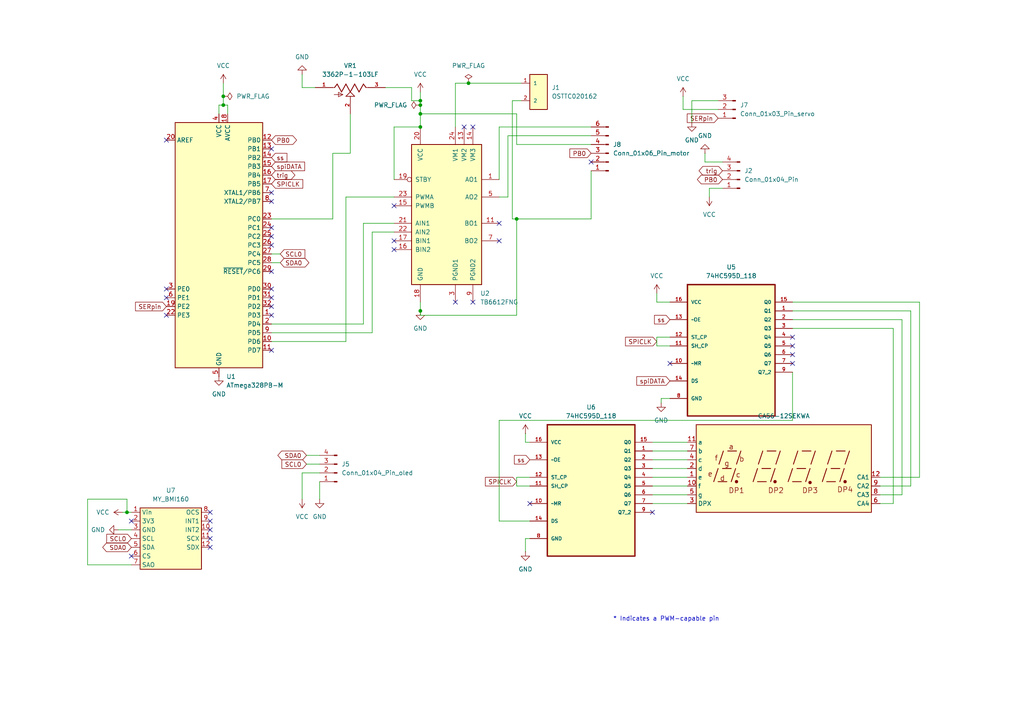
<source format=kicad_sch>
(kicad_sch
	(version 20250114)
	(generator "eeschema")
	(generator_version "9.0")
	(uuid "e63e39d7-6ac0-4ffd-8aa3-1841a4541b55")
	(paper "A4")
	(title_block
		(date "mar. 31 mars 2015")
	)
	(lib_symbols
		(symbol "3362P-1-103LF:3362P-1-103LF"
			(pin_names
				(offset 1.016)
			)
			(exclude_from_sim no)
			(in_bom yes)
			(on_board yes)
			(property "Reference" "VR"
				(at -10.1818 2.5465 0)
				(effects
					(font
						(size 1.27 1.27)
					)
					(justify left bottom)
				)
			)
			(property "Value" "3362P-1-103LF"
				(at -10.1645 -7.6423 0)
				(effects
					(font
						(size 1.27 1.27)
					)
					(justify left bottom)
				)
			)
			(property "Footprint" "3362P-1-103LF:TRIM_3362P-1-103LF"
				(at 0 0 0)
				(effects
					(font
						(size 1.27 1.27)
					)
					(justify bottom)
					(hide yes)
				)
			)
			(property "Datasheet" ""
				(at 0 0 0)
				(effects
					(font
						(size 1.27 1.27)
					)
					(hide yes)
				)
			)
			(property "Description" ""
				(at 0 0 0)
				(effects
					(font
						(size 1.27 1.27)
					)
					(hide yes)
				)
			)
			(property "MF" "Bourns"
				(at 0 0 0)
				(effects
					(font
						(size 1.27 1.27)
					)
					(justify bottom)
					(hide yes)
				)
			)
			(property "Description_1" "Trimmer, Cermet, Rest 10 Kilohms, PCB, 1 Turns, Pwr-Rtg 0.5 W, Tol 10% | Bourns 3362P-1-103LF"
				(at 0 0 0)
				(effects
					(font
						(size 1.27 1.27)
					)
					(justify bottom)
					(hide yes)
				)
			)
			(property "Package" "3362P-1 Bourns Inc."
				(at 0 0 0)
				(effects
					(font
						(size 1.27 1.27)
					)
					(justify bottom)
					(hide yes)
				)
			)
			(property "Price" "None"
				(at 0 0 0)
				(effects
					(font
						(size 1.27 1.27)
					)
					(justify bottom)
					(hide yes)
				)
			)
			(property "STANDARD" "Manufacturer Recommendation"
				(at 0 0 0)
				(effects
					(font
						(size 1.27 1.27)
					)
					(justify bottom)
					(hide yes)
				)
			)
			(property "PARTREV" "08/26/10"
				(at 0 0 0)
				(effects
					(font
						(size 1.27 1.27)
					)
					(justify bottom)
					(hide yes)
				)
			)
			(property "SnapEDA_Link" "https://www.snapeda.com/parts/3362P-1-103LF/Bourns/view-part/?ref=snap"
				(at 0 0 0)
				(effects
					(font
						(size 1.27 1.27)
					)
					(justify bottom)
					(hide yes)
				)
			)
			(property "MP" "3362P-1-103LF"
				(at 0 0 0)
				(effects
					(font
						(size 1.27 1.27)
					)
					(justify bottom)
					(hide yes)
				)
			)
			(property "Availability" "In Stock"
				(at 0 0 0)
				(effects
					(font
						(size 1.27 1.27)
					)
					(justify bottom)
					(hide yes)
				)
			)
			(property "Check_prices" "https://www.snapeda.com/parts/3362P-1-103LF/Bourns/view-part/?ref=eda"
				(at 0 0 0)
				(effects
					(font
						(size 1.27 1.27)
					)
					(justify bottom)
					(hide yes)
				)
			)
			(symbol "3362P-1-103LF_0_0"
				(polyline
					(pts
						(xy -5.08 0) (xy -4.572 0)
					)
					(stroke
						(width 0.1524)
						(type default)
					)
					(fill
						(type none)
					)
				)
				(polyline
					(pts
						(xy -4.699 -2.032) (xy -2.159 -2.032)
					)
					(stroke
						(width 0.1524)
						(type default)
					)
					(fill
						(type none)
					)
				)
				(polyline
					(pts
						(xy -4.572 0) (xy -3.81 1.016)
					)
					(stroke
						(width 0.254)
						(type default)
					)
					(fill
						(type none)
					)
				)
				(polyline
					(pts
						(xy -3.81 1.016) (xy -2.54 -1.27)
					)
					(stroke
						(width 0.254)
						(type default)
					)
					(fill
						(type none)
					)
				)
				(polyline
					(pts
						(xy -3.429 -1.397) (xy -2.159 -2.032)
					)
					(stroke
						(width 0.1524)
						(type default)
					)
					(fill
						(type none)
					)
				)
				(polyline
					(pts
						(xy -3.429 -2.667) (xy -3.429 -1.397)
					)
					(stroke
						(width 0.1524)
						(type default)
					)
					(fill
						(type none)
					)
				)
				(polyline
					(pts
						(xy -2.54 -1.27) (xy -1.27 1.016)
					)
					(stroke
						(width 0.254)
						(type default)
					)
					(fill
						(type none)
					)
				)
				(polyline
					(pts
						(xy -2.159 -2.032) (xy -3.429 -2.667)
					)
					(stroke
						(width 0.1524)
						(type default)
					)
					(fill
						(type none)
					)
				)
				(polyline
					(pts
						(xy -1.27 1.016) (xy 0 -1.27)
					)
					(stroke
						(width 0.254)
						(type default)
					)
					(fill
						(type none)
					)
				)
				(polyline
					(pts
						(xy -1.27 -2.54) (xy 0 -1.27)
					)
					(stroke
						(width 0.2032)
						(type default)
					)
					(fill
						(type none)
					)
				)
				(polyline
					(pts
						(xy 0 -1.27) (xy 1.27 1.016)
					)
					(stroke
						(width 0.254)
						(type default)
					)
					(fill
						(type none)
					)
				)
				(polyline
					(pts
						(xy 0 -1.27) (xy 1.27 -2.54)
					)
					(stroke
						(width 0.2032)
						(type default)
					)
					(fill
						(type none)
					)
				)
				(polyline
					(pts
						(xy 1.27 1.016) (xy 2.54 -1.27)
					)
					(stroke
						(width 0.254)
						(type default)
					)
					(fill
						(type none)
					)
				)
				(polyline
					(pts
						(xy 1.27 -2.54) (xy -1.27 -2.54)
					)
					(stroke
						(width 0.2032)
						(type default)
					)
					(fill
						(type none)
					)
				)
				(polyline
					(pts
						(xy 2.54 -1.27) (xy 3.81 1.016)
					)
					(stroke
						(width 0.254)
						(type default)
					)
					(fill
						(type none)
					)
				)
				(polyline
					(pts
						(xy 3.81 1.016) (xy 4.572 0)
					)
					(stroke
						(width 0.254)
						(type default)
					)
					(fill
						(type none)
					)
				)
				(polyline
					(pts
						(xy 4.572 0) (xy 5.08 0)
					)
					(stroke
						(width 0.1524)
						(type default)
					)
					(fill
						(type none)
					)
				)
				(pin passive line
					(at -10.16 0 0)
					(length 5.08)
					(name "~"
						(effects
							(font
								(size 1.016 1.016)
							)
						)
					)
					(number "1"
						(effects
							(font
								(size 1.016 1.016)
							)
						)
					)
				)
				(pin passive line
					(at 0 -7.62 90)
					(length 5.08)
					(name "~"
						(effects
							(font
								(size 1.016 1.016)
							)
						)
					)
					(number "2"
						(effects
							(font
								(size 1.016 1.016)
							)
						)
					)
				)
				(pin passive line
					(at 10.16 0 180)
					(length 5.08)
					(name "~"
						(effects
							(font
								(size 1.016 1.016)
							)
						)
					)
					(number "3"
						(effects
							(font
								(size 1.016 1.016)
							)
						)
					)
				)
			)
			(embedded_fonts no)
		)
		(symbol "74HC595D_118:74HC595D_118"
			(pin_names
				(offset 1.016)
			)
			(exclude_from_sim no)
			(in_bom yes)
			(on_board yes)
			(property "Reference" "U"
				(at -5.0872 17.9578 0)
				(effects
					(font
						(size 1.27 1.27)
					)
					(justify left bottom)
				)
			)
			(property "Value" "74HC595D_118"
				(at -3.6383 -27.6558 0)
				(effects
					(font
						(size 1.27 1.27)
					)
					(justify left bottom)
				)
			)
			(property "Footprint" "74HC595D_118:SOIC127P600X175-16N"
				(at 0 0 0)
				(effects
					(font
						(size 1.27 1.27)
					)
					(justify bottom)
					(hide yes)
				)
			)
			(property "Datasheet" ""
				(at 0 0 0)
				(effects
					(font
						(size 1.27 1.27)
					)
					(hide yes)
				)
			)
			(property "Description" ""
				(at 0 0 0)
				(effects
					(font
						(size 1.27 1.27)
					)
					(hide yes)
				)
			)
			(property "MF" "Nexperia USA"
				(at 0 0 0)
				(effects
					(font
						(size 1.27 1.27)
					)
					(justify bottom)
					(hide yes)
				)
			)
			(property "Description_1" "Shift Shift Register 1 Element 8 Bit 16-SO"
				(at 0 0 0)
				(effects
					(font
						(size 1.27 1.27)
					)
					(justify bottom)
					(hide yes)
				)
			)
			(property "PACKAGE" "SOIC-16"
				(at 0 0 0)
				(effects
					(font
						(size 1.27 1.27)
					)
					(justify bottom)
					(hide yes)
				)
			)
			(property "MPN" "74HC595D,118"
				(at 0 0 0)
				(effects
					(font
						(size 1.27 1.27)
					)
					(justify bottom)
					(hide yes)
				)
			)
			(property "Price" "None"
				(at 0 0 0)
				(effects
					(font
						(size 1.27 1.27)
					)
					(justify bottom)
					(hide yes)
				)
			)
			(property "Package" "SOIC-16 ON Semiconductor"
				(at 0 0 0)
				(effects
					(font
						(size 1.27 1.27)
					)
					(justify bottom)
					(hide yes)
				)
			)
			(property "OC_FARNELL" "1826845"
				(at 0 0 0)
				(effects
					(font
						(size 1.27 1.27)
					)
					(justify bottom)
					(hide yes)
				)
			)
			(property "SnapEDA_Link" "https://www.snapeda.com/parts/74HC595D,118/Nexperia/view-part/?ref=snap"
				(at 0 0 0)
				(effects
					(font
						(size 1.27 1.27)
					)
					(justify bottom)
					(hide yes)
				)
			)
			(property "MP" "74HC595D,118"
				(at 0 0 0)
				(effects
					(font
						(size 1.27 1.27)
					)
					(justify bottom)
					(hide yes)
				)
			)
			(property "SUPPLIER" "NXP Semiconductors"
				(at 0 0 0)
				(effects
					(font
						(size 1.27 1.27)
					)
					(justify bottom)
					(hide yes)
				)
			)
			(property "OC_NEWARK" "78R6262"
				(at 0 0 0)
				(effects
					(font
						(size 1.27 1.27)
					)
					(justify bottom)
					(hide yes)
				)
			)
			(property "Availability" "In Stock"
				(at 0 0 0)
				(effects
					(font
						(size 1.27 1.27)
					)
					(justify bottom)
					(hide yes)
				)
			)
			(property "Check_prices" "https://www.snapeda.com/parts/74HC595D,118/Nexperia/view-part/?ref=eda"
				(at 0 0 0)
				(effects
					(font
						(size 1.27 1.27)
					)
					(justify bottom)
					(hide yes)
				)
			)
			(symbol "74HC595D_118_0_0"
				(rectangle
					(start -12.7 -22.86)
					(end 12.7 15.24)
					(stroke
						(width 0.4064)
						(type default)
					)
					(fill
						(type background)
					)
				)
				(pin power_in line
					(at -17.78 10.16 0)
					(length 5.08)
					(name "VCC"
						(effects
							(font
								(size 1.016 1.016)
							)
						)
					)
					(number "16"
						(effects
							(font
								(size 1.016 1.016)
							)
						)
					)
				)
				(pin input line
					(at -17.78 5.08 0)
					(length 5.08)
					(name "~OE"
						(effects
							(font
								(size 1.016 1.016)
							)
						)
					)
					(number "13"
						(effects
							(font
								(size 1.016 1.016)
							)
						)
					)
				)
				(pin input line
					(at -17.78 0 0)
					(length 5.08)
					(name "ST_CP"
						(effects
							(font
								(size 1.016 1.016)
							)
						)
					)
					(number "12"
						(effects
							(font
								(size 1.016 1.016)
							)
						)
					)
				)
				(pin input line
					(at -17.78 -2.54 0)
					(length 5.08)
					(name "SH_CP"
						(effects
							(font
								(size 1.016 1.016)
							)
						)
					)
					(number "11"
						(effects
							(font
								(size 1.016 1.016)
							)
						)
					)
				)
				(pin input line
					(at -17.78 -7.62 0)
					(length 5.08)
					(name "~MR"
						(effects
							(font
								(size 1.016 1.016)
							)
						)
					)
					(number "10"
						(effects
							(font
								(size 1.016 1.016)
							)
						)
					)
				)
				(pin input line
					(at -17.78 -12.7 0)
					(length 5.08)
					(name "DS"
						(effects
							(font
								(size 1.016 1.016)
							)
						)
					)
					(number "14"
						(effects
							(font
								(size 1.016 1.016)
							)
						)
					)
				)
				(pin passive line
					(at -17.78 -17.78 0)
					(length 5.08)
					(name "GND"
						(effects
							(font
								(size 1.016 1.016)
							)
						)
					)
					(number "8"
						(effects
							(font
								(size 1.016 1.016)
							)
						)
					)
				)
				(pin output line
					(at 17.78 10.16 180)
					(length 5.08)
					(name "Q0"
						(effects
							(font
								(size 1.016 1.016)
							)
						)
					)
					(number "15"
						(effects
							(font
								(size 1.016 1.016)
							)
						)
					)
				)
				(pin output line
					(at 17.78 7.62 180)
					(length 5.08)
					(name "Q1"
						(effects
							(font
								(size 1.016 1.016)
							)
						)
					)
					(number "1"
						(effects
							(font
								(size 1.016 1.016)
							)
						)
					)
				)
				(pin output line
					(at 17.78 5.08 180)
					(length 5.08)
					(name "Q2"
						(effects
							(font
								(size 1.016 1.016)
							)
						)
					)
					(number "2"
						(effects
							(font
								(size 1.016 1.016)
							)
						)
					)
				)
				(pin output line
					(at 17.78 2.54 180)
					(length 5.08)
					(name "Q3"
						(effects
							(font
								(size 1.016 1.016)
							)
						)
					)
					(number "3"
						(effects
							(font
								(size 1.016 1.016)
							)
						)
					)
				)
				(pin output line
					(at 17.78 0 180)
					(length 5.08)
					(name "Q4"
						(effects
							(font
								(size 1.016 1.016)
							)
						)
					)
					(number "4"
						(effects
							(font
								(size 1.016 1.016)
							)
						)
					)
				)
				(pin output line
					(at 17.78 -2.54 180)
					(length 5.08)
					(name "Q5"
						(effects
							(font
								(size 1.016 1.016)
							)
						)
					)
					(number "5"
						(effects
							(font
								(size 1.016 1.016)
							)
						)
					)
				)
				(pin output line
					(at 17.78 -5.08 180)
					(length 5.08)
					(name "Q6"
						(effects
							(font
								(size 1.016 1.016)
							)
						)
					)
					(number "6"
						(effects
							(font
								(size 1.016 1.016)
							)
						)
					)
				)
				(pin output line
					(at 17.78 -7.62 180)
					(length 5.08)
					(name "Q7"
						(effects
							(font
								(size 1.016 1.016)
							)
						)
					)
					(number "7"
						(effects
							(font
								(size 1.016 1.016)
							)
						)
					)
				)
				(pin output line
					(at 17.78 -10.16 180)
					(length 5.08)
					(name "Q7_2"
						(effects
							(font
								(size 1.016 1.016)
							)
						)
					)
					(number "9"
						(effects
							(font
								(size 1.016 1.016)
							)
						)
					)
				)
			)
			(embedded_fonts no)
		)
		(symbol "Connector:Conn_01x03_Pin"
			(pin_names
				(offset 1.016)
				(hide yes)
			)
			(exclude_from_sim no)
			(in_bom yes)
			(on_board yes)
			(property "Reference" "J"
				(at 0 5.08 0)
				(effects
					(font
						(size 1.27 1.27)
					)
				)
			)
			(property "Value" "Conn_01x03_Pin"
				(at 0 -5.08 0)
				(effects
					(font
						(size 1.27 1.27)
					)
				)
			)
			(property "Footprint" ""
				(at 0 0 0)
				(effects
					(font
						(size 1.27 1.27)
					)
					(hide yes)
				)
			)
			(property "Datasheet" "~"
				(at 0 0 0)
				(effects
					(font
						(size 1.27 1.27)
					)
					(hide yes)
				)
			)
			(property "Description" "Generic connector, single row, 01x03, script generated"
				(at 0 0 0)
				(effects
					(font
						(size 1.27 1.27)
					)
					(hide yes)
				)
			)
			(property "ki_locked" ""
				(at 0 0 0)
				(effects
					(font
						(size 1.27 1.27)
					)
				)
			)
			(property "ki_keywords" "connector"
				(at 0 0 0)
				(effects
					(font
						(size 1.27 1.27)
					)
					(hide yes)
				)
			)
			(property "ki_fp_filters" "Connector*:*_1x??_*"
				(at 0 0 0)
				(effects
					(font
						(size 1.27 1.27)
					)
					(hide yes)
				)
			)
			(symbol "Conn_01x03_Pin_1_1"
				(rectangle
					(start 0.8636 2.667)
					(end 0 2.413)
					(stroke
						(width 0.1524)
						(type default)
					)
					(fill
						(type outline)
					)
				)
				(rectangle
					(start 0.8636 0.127)
					(end 0 -0.127)
					(stroke
						(width 0.1524)
						(type default)
					)
					(fill
						(type outline)
					)
				)
				(rectangle
					(start 0.8636 -2.413)
					(end 0 -2.667)
					(stroke
						(width 0.1524)
						(type default)
					)
					(fill
						(type outline)
					)
				)
				(polyline
					(pts
						(xy 1.27 2.54) (xy 0.8636 2.54)
					)
					(stroke
						(width 0.1524)
						(type default)
					)
					(fill
						(type none)
					)
				)
				(polyline
					(pts
						(xy 1.27 0) (xy 0.8636 0)
					)
					(stroke
						(width 0.1524)
						(type default)
					)
					(fill
						(type none)
					)
				)
				(polyline
					(pts
						(xy 1.27 -2.54) (xy 0.8636 -2.54)
					)
					(stroke
						(width 0.1524)
						(type default)
					)
					(fill
						(type none)
					)
				)
				(pin passive line
					(at 5.08 2.54 180)
					(length 3.81)
					(name "Pin_1"
						(effects
							(font
								(size 1.27 1.27)
							)
						)
					)
					(number "1"
						(effects
							(font
								(size 1.27 1.27)
							)
						)
					)
				)
				(pin passive line
					(at 5.08 0 180)
					(length 3.81)
					(name "Pin_2"
						(effects
							(font
								(size 1.27 1.27)
							)
						)
					)
					(number "2"
						(effects
							(font
								(size 1.27 1.27)
							)
						)
					)
				)
				(pin passive line
					(at 5.08 -2.54 180)
					(length 3.81)
					(name "Pin_3"
						(effects
							(font
								(size 1.27 1.27)
							)
						)
					)
					(number "3"
						(effects
							(font
								(size 1.27 1.27)
							)
						)
					)
				)
			)
			(embedded_fonts no)
		)
		(symbol "Connector:Conn_01x04_Pin"
			(pin_names
				(offset 1.016)
				(hide yes)
			)
			(exclude_from_sim no)
			(in_bom yes)
			(on_board yes)
			(property "Reference" "J"
				(at 0 5.08 0)
				(effects
					(font
						(size 1.27 1.27)
					)
				)
			)
			(property "Value" "Conn_01x04_Pin"
				(at 0 -7.62 0)
				(effects
					(font
						(size 1.27 1.27)
					)
				)
			)
			(property "Footprint" ""
				(at 0 0 0)
				(effects
					(font
						(size 1.27 1.27)
					)
					(hide yes)
				)
			)
			(property "Datasheet" "~"
				(at 0 0 0)
				(effects
					(font
						(size 1.27 1.27)
					)
					(hide yes)
				)
			)
			(property "Description" "Generic connector, single row, 01x04, script generated"
				(at 0 0 0)
				(effects
					(font
						(size 1.27 1.27)
					)
					(hide yes)
				)
			)
			(property "ki_locked" ""
				(at 0 0 0)
				(effects
					(font
						(size 1.27 1.27)
					)
				)
			)
			(property "ki_keywords" "connector"
				(at 0 0 0)
				(effects
					(font
						(size 1.27 1.27)
					)
					(hide yes)
				)
			)
			(property "ki_fp_filters" "Connector*:*_1x??_*"
				(at 0 0 0)
				(effects
					(font
						(size 1.27 1.27)
					)
					(hide yes)
				)
			)
			(symbol "Conn_01x04_Pin_1_1"
				(rectangle
					(start 0.8636 2.667)
					(end 0 2.413)
					(stroke
						(width 0.1524)
						(type default)
					)
					(fill
						(type outline)
					)
				)
				(rectangle
					(start 0.8636 0.127)
					(end 0 -0.127)
					(stroke
						(width 0.1524)
						(type default)
					)
					(fill
						(type outline)
					)
				)
				(rectangle
					(start 0.8636 -2.413)
					(end 0 -2.667)
					(stroke
						(width 0.1524)
						(type default)
					)
					(fill
						(type outline)
					)
				)
				(rectangle
					(start 0.8636 -4.953)
					(end 0 -5.207)
					(stroke
						(width 0.1524)
						(type default)
					)
					(fill
						(type outline)
					)
				)
				(polyline
					(pts
						(xy 1.27 2.54) (xy 0.8636 2.54)
					)
					(stroke
						(width 0.1524)
						(type default)
					)
					(fill
						(type none)
					)
				)
				(polyline
					(pts
						(xy 1.27 0) (xy 0.8636 0)
					)
					(stroke
						(width 0.1524)
						(type default)
					)
					(fill
						(type none)
					)
				)
				(polyline
					(pts
						(xy 1.27 -2.54) (xy 0.8636 -2.54)
					)
					(stroke
						(width 0.1524)
						(type default)
					)
					(fill
						(type none)
					)
				)
				(polyline
					(pts
						(xy 1.27 -5.08) (xy 0.8636 -5.08)
					)
					(stroke
						(width 0.1524)
						(type default)
					)
					(fill
						(type none)
					)
				)
				(pin passive line
					(at 5.08 2.54 180)
					(length 3.81)
					(name "Pin_1"
						(effects
							(font
								(size 1.27 1.27)
							)
						)
					)
					(number "1"
						(effects
							(font
								(size 1.27 1.27)
							)
						)
					)
				)
				(pin passive line
					(at 5.08 0 180)
					(length 3.81)
					(name "Pin_2"
						(effects
							(font
								(size 1.27 1.27)
							)
						)
					)
					(number "2"
						(effects
							(font
								(size 1.27 1.27)
							)
						)
					)
				)
				(pin passive line
					(at 5.08 -2.54 180)
					(length 3.81)
					(name "Pin_3"
						(effects
							(font
								(size 1.27 1.27)
							)
						)
					)
					(number "3"
						(effects
							(font
								(size 1.27 1.27)
							)
						)
					)
				)
				(pin passive line
					(at 5.08 -5.08 180)
					(length 3.81)
					(name "Pin_4"
						(effects
							(font
								(size 1.27 1.27)
							)
						)
					)
					(number "4"
						(effects
							(font
								(size 1.27 1.27)
							)
						)
					)
				)
			)
			(embedded_fonts no)
		)
		(symbol "Connector:Conn_01x06_Pin"
			(pin_names
				(offset 1.016)
				(hide yes)
			)
			(exclude_from_sim no)
			(in_bom yes)
			(on_board yes)
			(property "Reference" "J"
				(at 0 7.62 0)
				(effects
					(font
						(size 1.27 1.27)
					)
				)
			)
			(property "Value" "Conn_01x06_Pin"
				(at 0 -10.16 0)
				(effects
					(font
						(size 1.27 1.27)
					)
				)
			)
			(property "Footprint" ""
				(at 0 0 0)
				(effects
					(font
						(size 1.27 1.27)
					)
					(hide yes)
				)
			)
			(property "Datasheet" "~"
				(at 0 0 0)
				(effects
					(font
						(size 1.27 1.27)
					)
					(hide yes)
				)
			)
			(property "Description" "Generic connector, single row, 01x06, script generated"
				(at 0 0 0)
				(effects
					(font
						(size 1.27 1.27)
					)
					(hide yes)
				)
			)
			(property "ki_locked" ""
				(at 0 0 0)
				(effects
					(font
						(size 1.27 1.27)
					)
				)
			)
			(property "ki_keywords" "connector"
				(at 0 0 0)
				(effects
					(font
						(size 1.27 1.27)
					)
					(hide yes)
				)
			)
			(property "ki_fp_filters" "Connector*:*_1x??_*"
				(at 0 0 0)
				(effects
					(font
						(size 1.27 1.27)
					)
					(hide yes)
				)
			)
			(symbol "Conn_01x06_Pin_1_1"
				(rectangle
					(start 0.8636 5.207)
					(end 0 4.953)
					(stroke
						(width 0.1524)
						(type default)
					)
					(fill
						(type outline)
					)
				)
				(rectangle
					(start 0.8636 2.667)
					(end 0 2.413)
					(stroke
						(width 0.1524)
						(type default)
					)
					(fill
						(type outline)
					)
				)
				(rectangle
					(start 0.8636 0.127)
					(end 0 -0.127)
					(stroke
						(width 0.1524)
						(type default)
					)
					(fill
						(type outline)
					)
				)
				(rectangle
					(start 0.8636 -2.413)
					(end 0 -2.667)
					(stroke
						(width 0.1524)
						(type default)
					)
					(fill
						(type outline)
					)
				)
				(rectangle
					(start 0.8636 -4.953)
					(end 0 -5.207)
					(stroke
						(width 0.1524)
						(type default)
					)
					(fill
						(type outline)
					)
				)
				(rectangle
					(start 0.8636 -7.493)
					(end 0 -7.747)
					(stroke
						(width 0.1524)
						(type default)
					)
					(fill
						(type outline)
					)
				)
				(polyline
					(pts
						(xy 1.27 5.08) (xy 0.8636 5.08)
					)
					(stroke
						(width 0.1524)
						(type default)
					)
					(fill
						(type none)
					)
				)
				(polyline
					(pts
						(xy 1.27 2.54) (xy 0.8636 2.54)
					)
					(stroke
						(width 0.1524)
						(type default)
					)
					(fill
						(type none)
					)
				)
				(polyline
					(pts
						(xy 1.27 0) (xy 0.8636 0)
					)
					(stroke
						(width 0.1524)
						(type default)
					)
					(fill
						(type none)
					)
				)
				(polyline
					(pts
						(xy 1.27 -2.54) (xy 0.8636 -2.54)
					)
					(stroke
						(width 0.1524)
						(type default)
					)
					(fill
						(type none)
					)
				)
				(polyline
					(pts
						(xy 1.27 -5.08) (xy 0.8636 -5.08)
					)
					(stroke
						(width 0.1524)
						(type default)
					)
					(fill
						(type none)
					)
				)
				(polyline
					(pts
						(xy 1.27 -7.62) (xy 0.8636 -7.62)
					)
					(stroke
						(width 0.1524)
						(type default)
					)
					(fill
						(type none)
					)
				)
				(pin passive line
					(at 5.08 5.08 180)
					(length 3.81)
					(name "Pin_1"
						(effects
							(font
								(size 1.27 1.27)
							)
						)
					)
					(number "1"
						(effects
							(font
								(size 1.27 1.27)
							)
						)
					)
				)
				(pin passive line
					(at 5.08 2.54 180)
					(length 3.81)
					(name "Pin_2"
						(effects
							(font
								(size 1.27 1.27)
							)
						)
					)
					(number "2"
						(effects
							(font
								(size 1.27 1.27)
							)
						)
					)
				)
				(pin passive line
					(at 5.08 0 180)
					(length 3.81)
					(name "Pin_3"
						(effects
							(font
								(size 1.27 1.27)
							)
						)
					)
					(number "3"
						(effects
							(font
								(size 1.27 1.27)
							)
						)
					)
				)
				(pin passive line
					(at 5.08 -2.54 180)
					(length 3.81)
					(name "Pin_4"
						(effects
							(font
								(size 1.27 1.27)
							)
						)
					)
					(number "4"
						(effects
							(font
								(size 1.27 1.27)
							)
						)
					)
				)
				(pin passive line
					(at 5.08 -5.08 180)
					(length 3.81)
					(name "Pin_5"
						(effects
							(font
								(size 1.27 1.27)
							)
						)
					)
					(number "5"
						(effects
							(font
								(size 1.27 1.27)
							)
						)
					)
				)
				(pin passive line
					(at 5.08 -7.62 180)
					(length 3.81)
					(name "Pin_6"
						(effects
							(font
								(size 1.27 1.27)
							)
						)
					)
					(number "6"
						(effects
							(font
								(size 1.27 1.27)
							)
						)
					)
				)
			)
			(embedded_fonts no)
		)
		(symbol "Display_Character:CA56-12SEKWA"
			(exclude_from_sim no)
			(in_bom yes)
			(on_board yes)
			(property "Reference" "U"
				(at -24.13 13.97 0)
				(effects
					(font
						(size 1.27 1.27)
					)
				)
			)
			(property "Value" "CA56-12SEKWA"
				(at 17.78 13.97 0)
				(effects
					(font
						(size 1.27 1.27)
					)
				)
			)
			(property "Footprint" "Display_7Segment:CA56-12SEKWA"
				(at 0 -15.24 0)
				(effects
					(font
						(size 1.27 1.27)
					)
					(hide yes)
				)
			)
			(property "Datasheet" "http://www.kingbright.com/attachments/file/psearch/000/00/00/CA56-12SEKWA(Ver.7A).pdf"
				(at -10.922 0.762 0)
				(effects
					(font
						(size 1.27 1.27)
					)
					(hide yes)
				)
			)
			(property "Description" "4 digit 7 segment super bright orange LED, common anode"
				(at 0 0 0)
				(effects
					(font
						(size 1.27 1.27)
					)
					(hide yes)
				)
			)
			(property "ki_keywords" "display LED 7-segment"
				(at 0 0 0)
				(effects
					(font
						(size 1.27 1.27)
					)
					(hide yes)
				)
			)
			(property "ki_fp_filters" "*CA56*12SEKWA*"
				(at 0 0 0)
				(effects
					(font
						(size 1.27 1.27)
					)
					(hide yes)
				)
			)
			(symbol "CA56-12SEKWA_0_0"
				(rectangle
					(start -25.4 12.7)
					(end 25.4 -12.7)
					(stroke
						(width 0.254)
						(type default)
					)
					(fill
						(type background)
					)
				)
				(polyline
					(pts
						(xy -20.32 -3.81) (xy -19.05 0)
					)
					(stroke
						(width 0.254)
						(type default)
					)
					(fill
						(type none)
					)
				)
				(polyline
					(pts
						(xy -19.05 -3.81) (xy -16.51 -3.81)
					)
					(stroke
						(width 0.254)
						(type default)
					)
					(fill
						(type none)
					)
				)
				(polyline
					(pts
						(xy -18.796 1.27) (xy -17.526 5.08)
					)
					(stroke
						(width 0.254)
						(type default)
					)
					(fill
						(type none)
					)
				)
				(polyline
					(pts
						(xy -17.78 0) (xy -15.24 0)
					)
					(stroke
						(width 0.254)
						(type default)
					)
					(fill
						(type none)
					)
				)
				(polyline
					(pts
						(xy -16.256 5.08) (xy -13.716 5.08)
					)
					(stroke
						(width 0.254)
						(type default)
					)
					(fill
						(type none)
					)
				)
				(polyline
					(pts
						(xy -15.24 -3.81) (xy -13.97 0)
					)
					(stroke
						(width 0.254)
						(type default)
					)
					(fill
						(type none)
					)
				)
				(polyline
					(pts
						(xy -13.716 1.27) (xy -12.446 5.08)
					)
					(stroke
						(width 0.254)
						(type default)
					)
					(fill
						(type none)
					)
				)
				(polyline
					(pts
						(xy -8.89 -3.81) (xy -7.62 0)
					)
					(stroke
						(width 0.254)
						(type default)
					)
					(fill
						(type none)
					)
				)
				(polyline
					(pts
						(xy -7.62 -3.81) (xy -5.08 -3.81)
					)
					(stroke
						(width 0.254)
						(type default)
					)
					(fill
						(type none)
					)
				)
				(polyline
					(pts
						(xy -7.366 1.27) (xy -6.096 5.08)
					)
					(stroke
						(width 0.254)
						(type default)
					)
					(fill
						(type none)
					)
				)
				(polyline
					(pts
						(xy -6.35 0) (xy -3.81 0)
					)
					(stroke
						(width 0.254)
						(type default)
					)
					(fill
						(type none)
					)
				)
				(polyline
					(pts
						(xy -4.826 5.08) (xy -2.286 5.08)
					)
					(stroke
						(width 0.254)
						(type default)
					)
					(fill
						(type none)
					)
				)
				(polyline
					(pts
						(xy -3.81 -3.81) (xy -2.54 0)
					)
					(stroke
						(width 0.254)
						(type default)
					)
					(fill
						(type none)
					)
				)
				(polyline
					(pts
						(xy -2.286 1.27) (xy -1.016 5.08)
					)
					(stroke
						(width 0.254)
						(type default)
					)
					(fill
						(type none)
					)
				)
				(polyline
					(pts
						(xy 1.27 -3.81) (xy 2.54 0)
					)
					(stroke
						(width 0.254)
						(type default)
					)
					(fill
						(type none)
					)
				)
				(polyline
					(pts
						(xy 2.54 -3.81) (xy 5.08 -3.81)
					)
					(stroke
						(width 0.254)
						(type default)
					)
					(fill
						(type none)
					)
				)
				(polyline
					(pts
						(xy 2.794 1.27) (xy 4.064 5.08)
					)
					(stroke
						(width 0.254)
						(type default)
					)
					(fill
						(type none)
					)
				)
				(polyline
					(pts
						(xy 3.81 0) (xy 6.35 0)
					)
					(stroke
						(width 0.254)
						(type default)
					)
					(fill
						(type none)
					)
				)
				(polyline
					(pts
						(xy 5.334 5.08) (xy 7.874 5.08)
					)
					(stroke
						(width 0.254)
						(type default)
					)
					(fill
						(type none)
					)
				)
				(polyline
					(pts
						(xy 6.35 -3.81) (xy 7.62 0)
					)
					(stroke
						(width 0.254)
						(type default)
					)
					(fill
						(type none)
					)
				)
				(polyline
					(pts
						(xy 7.874 1.27) (xy 9.144 5.08)
					)
					(stroke
						(width 0.254)
						(type default)
					)
					(fill
						(type none)
					)
				)
				(polyline
					(pts
						(xy 11.176 -3.81) (xy 12.446 0)
					)
					(stroke
						(width 0.254)
						(type default)
					)
					(fill
						(type none)
					)
				)
				(polyline
					(pts
						(xy 12.446 -3.81) (xy 14.986 -3.81)
					)
					(stroke
						(width 0.254)
						(type default)
					)
					(fill
						(type none)
					)
				)
				(polyline
					(pts
						(xy 12.7 1.27) (xy 13.97 5.08)
					)
					(stroke
						(width 0.254)
						(type default)
					)
					(fill
						(type none)
					)
				)
				(polyline
					(pts
						(xy 13.716 0) (xy 16.256 0)
					)
					(stroke
						(width 0.254)
						(type default)
					)
					(fill
						(type none)
					)
				)
				(polyline
					(pts
						(xy 15.24 5.08) (xy 17.78 5.08)
					)
					(stroke
						(width 0.254)
						(type default)
					)
					(fill
						(type none)
					)
				)
				(polyline
					(pts
						(xy 16.256 -3.81) (xy 17.526 0)
					)
					(stroke
						(width 0.254)
						(type default)
					)
					(fill
						(type none)
					)
				)
				(polyline
					(pts
						(xy 17.78 1.27) (xy 19.05 5.08)
					)
					(stroke
						(width 0.254)
						(type default)
					)
					(fill
						(type none)
					)
				)
				(text "e"
					(at -21.336 -1.524 0)
					(effects
						(font
							(size 1.524 1.524)
						)
					)
				)
				(text "f"
					(at -19.558 3.048 0)
					(effects
						(font
							(size 1.524 1.524)
						)
					)
				)
				(text "d"
					(at -17.78 -2.794 0)
					(effects
						(font
							(size 1.524 1.524)
						)
					)
				)
				(text "g"
					(at -16.51 1.524 0)
					(effects
						(font
							(size 1.524 1.524)
						)
					)
				)
				(text "a"
					(at -15.24 6.35 0)
					(effects
						(font
							(size 1.524 1.524)
						)
					)
				)
				(text "DP1"
					(at -13.716 -6.35 0)
					(effects
						(font
							(size 1.524 1.524)
						)
					)
				)
				(text "c"
					(at -13.208 -1.778 0)
					(effects
						(font
							(size 1.524 1.524)
						)
					)
				)
				(text "b"
					(at -12.192 2.794 0)
					(effects
						(font
							(size 1.524 1.524)
						)
					)
				)
				(text "DP2"
					(at -2.286 -6.35 0)
					(effects
						(font
							(size 1.524 1.524)
						)
					)
				)
				(text "DP3"
					(at 7.62 -6.35 0)
					(effects
						(font
							(size 1.524 1.524)
						)
					)
				)
				(text "DP4"
					(at 17.78 -6.096 0)
					(effects
						(font
							(size 1.524 1.524)
						)
					)
				)
			)
			(symbol "CA56-12SEKWA_0_1"
				(circle
					(center -13.716 -3.81)
					(radius 0.3556)
					(stroke
						(width 0.254)
						(type default)
					)
					(fill
						(type outline)
					)
				)
				(circle
					(center -2.54 -3.81)
					(radius 0.3556)
					(stroke
						(width 0.254)
						(type default)
					)
					(fill
						(type outline)
					)
				)
			)
			(symbol "CA56-12SEKWA_1_0"
				(circle
					(center 7.62 -4.064)
					(radius 0.3556)
					(stroke
						(width 0.254)
						(type default)
					)
					(fill
						(type outline)
					)
				)
				(circle
					(center 17.78 -3.81)
					(radius 0.3556)
					(stroke
						(width 0.254)
						(type default)
					)
					(fill
						(type outline)
					)
				)
			)
			(symbol "CA56-12SEKWA_1_1"
				(pin input line
					(at -27.94 7.62 0)
					(length 2.54)
					(name "a"
						(effects
							(font
								(size 1.27 1.27)
							)
						)
					)
					(number "11"
						(effects
							(font
								(size 1.27 1.27)
							)
						)
					)
				)
				(pin input line
					(at -27.94 5.08 0)
					(length 2.54)
					(name "b"
						(effects
							(font
								(size 1.27 1.27)
							)
						)
					)
					(number "7"
						(effects
							(font
								(size 1.27 1.27)
							)
						)
					)
				)
				(pin input line
					(at -27.94 2.54 0)
					(length 2.54)
					(name "c"
						(effects
							(font
								(size 1.27 1.27)
							)
						)
					)
					(number "4"
						(effects
							(font
								(size 1.27 1.27)
							)
						)
					)
				)
				(pin input line
					(at -27.94 0 0)
					(length 2.54)
					(name "d"
						(effects
							(font
								(size 1.27 1.27)
							)
						)
					)
					(number "2"
						(effects
							(font
								(size 1.27 1.27)
							)
						)
					)
				)
				(pin input line
					(at -27.94 -2.54 0)
					(length 2.54)
					(name "e"
						(effects
							(font
								(size 1.27 1.27)
							)
						)
					)
					(number "1"
						(effects
							(font
								(size 1.27 1.27)
							)
						)
					)
				)
				(pin input line
					(at -27.94 -5.08 0)
					(length 2.54)
					(name "f"
						(effects
							(font
								(size 1.27 1.27)
							)
						)
					)
					(number "10"
						(effects
							(font
								(size 1.27 1.27)
							)
						)
					)
				)
				(pin input line
					(at -27.94 -7.62 0)
					(length 2.54)
					(name "g"
						(effects
							(font
								(size 1.27 1.27)
							)
						)
					)
					(number "5"
						(effects
							(font
								(size 1.27 1.27)
							)
						)
					)
				)
				(pin input line
					(at -27.94 -10.16 0)
					(length 2.54)
					(name "DPX"
						(effects
							(font
								(size 1.27 1.27)
							)
						)
					)
					(number "3"
						(effects
							(font
								(size 1.27 1.27)
							)
						)
					)
				)
				(pin input line
					(at 27.94 -2.54 180)
					(length 2.54)
					(name "CA1"
						(effects
							(font
								(size 1.27 1.27)
							)
						)
					)
					(number "12"
						(effects
							(font
								(size 1.27 1.27)
							)
						)
					)
				)
				(pin input line
					(at 27.94 -5.08 180)
					(length 2.54)
					(name "CA2"
						(effects
							(font
								(size 1.27 1.27)
							)
						)
					)
					(number "9"
						(effects
							(font
								(size 1.27 1.27)
							)
						)
					)
				)
				(pin input line
					(at 27.94 -7.62 180)
					(length 2.54)
					(name "CA3"
						(effects
							(font
								(size 1.27 1.27)
							)
						)
					)
					(number "8"
						(effects
							(font
								(size 1.27 1.27)
							)
						)
					)
				)
				(pin input line
					(at 27.94 -10.16 180)
					(length 2.54)
					(name "CA4"
						(effects
							(font
								(size 1.27 1.27)
							)
						)
					)
					(number "6"
						(effects
							(font
								(size 1.27 1.27)
							)
						)
					)
				)
			)
			(embedded_fonts no)
		)
		(symbol "Driver_Motor:TB6612FNG"
			(pin_names
				(offset 1.016)
			)
			(exclude_from_sim no)
			(in_bom yes)
			(on_board yes)
			(property "Reference" "U"
				(at 11.43 17.78 0)
				(effects
					(font
						(size 1.27 1.27)
					)
					(justify left)
				)
			)
			(property "Value" "TB6612FNG"
				(at 11.43 15.24 0)
				(effects
					(font
						(size 1.27 1.27)
					)
					(justify left)
				)
			)
			(property "Footprint" "Package_SO:SSOP-24_5.3x8.2mm_P0.65mm"
				(at 33.02 -22.86 0)
				(effects
					(font
						(size 1.27 1.27)
					)
					(hide yes)
				)
			)
			(property "Datasheet" "https://toshiba.semicon-storage.com/us/product/linear/motordriver/detail.TB6612FNG.html"
				(at 11.43 15.24 0)
				(effects
					(font
						(size 1.27 1.27)
					)
					(hide yes)
				)
			)
			(property "Description" "Driver IC for Dual DC motor, SSOP-24"
				(at 0 0 0)
				(effects
					(font
						(size 1.27 1.27)
					)
					(hide yes)
				)
			)
			(property "ki_keywords" "H-bridge motor driver"
				(at 0 0 0)
				(effects
					(font
						(size 1.27 1.27)
					)
					(hide yes)
				)
			)
			(property "ki_fp_filters" "SSOP-24*5.3x8.2mm*P0.65mm*"
				(at 0 0 0)
				(effects
					(font
						(size 1.27 1.27)
					)
					(hide yes)
				)
			)
			(symbol "TB6612FNG_0_1"
				(rectangle
					(start -10.16 20.32)
					(end 10.16 -20.32)
					(stroke
						(width 0.254)
						(type default)
					)
					(fill
						(type background)
					)
				)
			)
			(symbol "TB6612FNG_1_1"
				(pin input inverted
					(at -15.24 10.16 0)
					(length 5.08)
					(name "STBY"
						(effects
							(font
								(size 1.27 1.27)
							)
						)
					)
					(number "19"
						(effects
							(font
								(size 1.27 1.27)
							)
						)
					)
				)
				(pin input line
					(at -15.24 5.08 0)
					(length 5.08)
					(name "PWMA"
						(effects
							(font
								(size 1.27 1.27)
							)
						)
					)
					(number "23"
						(effects
							(font
								(size 1.27 1.27)
							)
						)
					)
				)
				(pin input line
					(at -15.24 2.54 0)
					(length 5.08)
					(name "PWMB"
						(effects
							(font
								(size 1.27 1.27)
							)
						)
					)
					(number "15"
						(effects
							(font
								(size 1.27 1.27)
							)
						)
					)
				)
				(pin input line
					(at -15.24 -2.54 0)
					(length 5.08)
					(name "AIN1"
						(effects
							(font
								(size 1.27 1.27)
							)
						)
					)
					(number "21"
						(effects
							(font
								(size 1.27 1.27)
							)
						)
					)
				)
				(pin input line
					(at -15.24 -5.08 0)
					(length 5.08)
					(name "AIN2"
						(effects
							(font
								(size 1.27 1.27)
							)
						)
					)
					(number "22"
						(effects
							(font
								(size 1.27 1.27)
							)
						)
					)
				)
				(pin input line
					(at -15.24 -7.62 0)
					(length 5.08)
					(name "BIN1"
						(effects
							(font
								(size 1.27 1.27)
							)
						)
					)
					(number "17"
						(effects
							(font
								(size 1.27 1.27)
							)
						)
					)
				)
				(pin input line
					(at -15.24 -10.16 0)
					(length 5.08)
					(name "BIN2"
						(effects
							(font
								(size 1.27 1.27)
							)
						)
					)
					(number "16"
						(effects
							(font
								(size 1.27 1.27)
							)
						)
					)
				)
				(pin power_in line
					(at -7.62 25.4 270)
					(length 5.08)
					(name "VCC"
						(effects
							(font
								(size 1.27 1.27)
							)
						)
					)
					(number "20"
						(effects
							(font
								(size 1.27 1.27)
							)
						)
					)
				)
				(pin power_in line
					(at -7.62 -25.4 90)
					(length 5.08)
					(name "GND"
						(effects
							(font
								(size 1.27 1.27)
							)
						)
					)
					(number "18"
						(effects
							(font
								(size 1.27 1.27)
							)
						)
					)
				)
				(pin power_in line
					(at 2.54 25.4 270)
					(length 5.08)
					(name "VM1"
						(effects
							(font
								(size 1.27 1.27)
							)
						)
					)
					(number "24"
						(effects
							(font
								(size 1.27 1.27)
							)
						)
					)
				)
				(pin power_in line
					(at 2.54 -25.4 90)
					(length 5.08)
					(name "PGND1"
						(effects
							(font
								(size 1.27 1.27)
							)
						)
					)
					(number "3"
						(effects
							(font
								(size 1.27 1.27)
							)
						)
					)
				)
				(pin passive line
					(at 2.54 -25.4 90)
					(length 5.08)
					(hide yes)
					(name "PGND1"
						(effects
							(font
								(size 1.27 1.27)
							)
						)
					)
					(number "4"
						(effects
							(font
								(size 1.27 1.27)
							)
						)
					)
				)
				(pin power_in line
					(at 5.08 25.4 270)
					(length 5.08)
					(name "VM2"
						(effects
							(font
								(size 1.27 1.27)
							)
						)
					)
					(number "13"
						(effects
							(font
								(size 1.27 1.27)
							)
						)
					)
				)
				(pin power_in line
					(at 7.62 25.4 270)
					(length 5.08)
					(name "VM3"
						(effects
							(font
								(size 1.27 1.27)
							)
						)
					)
					(number "14"
						(effects
							(font
								(size 1.27 1.27)
							)
						)
					)
				)
				(pin passive line
					(at 7.62 -25.4 90)
					(length 5.08)
					(hide yes)
					(name "PGND2"
						(effects
							(font
								(size 1.27 1.27)
							)
						)
					)
					(number "10"
						(effects
							(font
								(size 1.27 1.27)
							)
						)
					)
				)
				(pin power_in line
					(at 7.62 -25.4 90)
					(length 5.08)
					(name "PGND2"
						(effects
							(font
								(size 1.27 1.27)
							)
						)
					)
					(number "9"
						(effects
							(font
								(size 1.27 1.27)
							)
						)
					)
				)
				(pin output line
					(at 15.24 10.16 180)
					(length 5.08)
					(name "AO1"
						(effects
							(font
								(size 1.27 1.27)
							)
						)
					)
					(number "1"
						(effects
							(font
								(size 1.27 1.27)
							)
						)
					)
				)
				(pin passive line
					(at 15.24 10.16 180)
					(length 5.08)
					(hide yes)
					(name "AO1"
						(effects
							(font
								(size 1.27 1.27)
							)
						)
					)
					(number "2"
						(effects
							(font
								(size 1.27 1.27)
							)
						)
					)
				)
				(pin output line
					(at 15.24 5.08 180)
					(length 5.08)
					(name "AO2"
						(effects
							(font
								(size 1.27 1.27)
							)
						)
					)
					(number "5"
						(effects
							(font
								(size 1.27 1.27)
							)
						)
					)
				)
				(pin passive line
					(at 15.24 5.08 180)
					(length 5.08)
					(hide yes)
					(name "AO2"
						(effects
							(font
								(size 1.27 1.27)
							)
						)
					)
					(number "6"
						(effects
							(font
								(size 1.27 1.27)
							)
						)
					)
				)
				(pin output line
					(at 15.24 -2.54 180)
					(length 5.08)
					(name "BO1"
						(effects
							(font
								(size 1.27 1.27)
							)
						)
					)
					(number "11"
						(effects
							(font
								(size 1.27 1.27)
							)
						)
					)
				)
				(pin passive line
					(at 15.24 -2.54 180)
					(length 5.08)
					(hide yes)
					(name "BO1"
						(effects
							(font
								(size 1.27 1.27)
							)
						)
					)
					(number "12"
						(effects
							(font
								(size 1.27 1.27)
							)
						)
					)
				)
				(pin output line
					(at 15.24 -7.62 180)
					(length 5.08)
					(name "BO2"
						(effects
							(font
								(size 1.27 1.27)
							)
						)
					)
					(number "7"
						(effects
							(font
								(size 1.27 1.27)
							)
						)
					)
				)
				(pin passive line
					(at 15.24 -7.62 180)
					(length 5.08)
					(hide yes)
					(name "BO2"
						(effects
							(font
								(size 1.27 1.27)
							)
						)
					)
					(number "8"
						(effects
							(font
								(size 1.27 1.27)
							)
						)
					)
				)
			)
			(embedded_fonts no)
		)
		(symbol "MCU_Microchip_ATmega:ATmega328PB-M"
			(exclude_from_sim no)
			(in_bom yes)
			(on_board yes)
			(property "Reference" "U"
				(at -12.7 36.83 0)
				(effects
					(font
						(size 1.27 1.27)
					)
					(justify left bottom)
				)
			)
			(property "Value" "ATmega328PB-M"
				(at 2.54 -36.83 0)
				(effects
					(font
						(size 1.27 1.27)
					)
					(justify left top)
				)
			)
			(property "Footprint" "Package_DFN_QFN:QFN-32-1EP_5x5mm_P0.5mm_EP3.1x3.1mm"
				(at 0 0 0)
				(effects
					(font
						(size 1.27 1.27)
						(italic yes)
					)
					(hide yes)
				)
			)
			(property "Datasheet" "http://ww1.microchip.com/downloads/en/DeviceDoc/40001906C.pdf"
				(at 0 0 0)
				(effects
					(font
						(size 1.27 1.27)
					)
					(hide yes)
				)
			)
			(property "Description" "20MHz, 32kB Flash, 2kB SRAM, 1kB EEPROM, QFN-32"
				(at 0 0 0)
				(effects
					(font
						(size 1.27 1.27)
					)
					(hide yes)
				)
			)
			(property "ki_keywords" "AVR 8bit Microcontroller MegaAVR"
				(at 0 0 0)
				(effects
					(font
						(size 1.27 1.27)
					)
					(hide yes)
				)
			)
			(property "ki_fp_filters" "QFN*1EP*5x5mm*P0.5mm*"
				(at 0 0 0)
				(effects
					(font
						(size 1.27 1.27)
					)
					(hide yes)
				)
			)
			(symbol "ATmega328PB-M_0_1"
				(rectangle
					(start -12.7 -35.56)
					(end 12.7 35.56)
					(stroke
						(width 0.254)
						(type default)
					)
					(fill
						(type background)
					)
				)
			)
			(symbol "ATmega328PB-M_1_1"
				(pin passive line
					(at -15.24 30.48 0)
					(length 2.54)
					(name "AREF"
						(effects
							(font
								(size 1.27 1.27)
							)
						)
					)
					(number "20"
						(effects
							(font
								(size 1.27 1.27)
							)
						)
					)
				)
				(pin bidirectional line
					(at -15.24 -12.7 0)
					(length 2.54)
					(name "PE0"
						(effects
							(font
								(size 1.27 1.27)
							)
						)
					)
					(number "3"
						(effects
							(font
								(size 1.27 1.27)
							)
						)
					)
				)
				(pin bidirectional line
					(at -15.24 -15.24 0)
					(length 2.54)
					(name "PE1"
						(effects
							(font
								(size 1.27 1.27)
							)
						)
					)
					(number "6"
						(effects
							(font
								(size 1.27 1.27)
							)
						)
					)
				)
				(pin bidirectional line
					(at -15.24 -17.78 0)
					(length 2.54)
					(name "PE2"
						(effects
							(font
								(size 1.27 1.27)
							)
						)
					)
					(number "19"
						(effects
							(font
								(size 1.27 1.27)
							)
						)
					)
				)
				(pin bidirectional line
					(at -15.24 -20.32 0)
					(length 2.54)
					(name "PE3"
						(effects
							(font
								(size 1.27 1.27)
							)
						)
					)
					(number "22"
						(effects
							(font
								(size 1.27 1.27)
							)
						)
					)
				)
				(pin power_in line
					(at 0 38.1 270)
					(length 2.54)
					(name "VCC"
						(effects
							(font
								(size 1.27 1.27)
							)
						)
					)
					(number "4"
						(effects
							(font
								(size 1.27 1.27)
							)
						)
					)
				)
				(pin passive line
					(at 0 -38.1 90)
					(length 2.54)
					(hide yes)
					(name "GND"
						(effects
							(font
								(size 1.27 1.27)
							)
						)
					)
					(number "21"
						(effects
							(font
								(size 1.27 1.27)
							)
						)
					)
				)
				(pin passive line
					(at 0 -38.1 90)
					(length 2.54)
					(hide yes)
					(name "GND"
						(effects
							(font
								(size 1.27 1.27)
							)
						)
					)
					(number "33"
						(effects
							(font
								(size 1.27 1.27)
							)
						)
					)
				)
				(pin power_in line
					(at 0 -38.1 90)
					(length 2.54)
					(name "GND"
						(effects
							(font
								(size 1.27 1.27)
							)
						)
					)
					(number "5"
						(effects
							(font
								(size 1.27 1.27)
							)
						)
					)
				)
				(pin power_in line
					(at 2.54 38.1 270)
					(length 2.54)
					(name "AVCC"
						(effects
							(font
								(size 1.27 1.27)
							)
						)
					)
					(number "18"
						(effects
							(font
								(size 1.27 1.27)
							)
						)
					)
				)
				(pin bidirectional line
					(at 15.24 30.48 180)
					(length 2.54)
					(name "PB0"
						(effects
							(font
								(size 1.27 1.27)
							)
						)
					)
					(number "12"
						(effects
							(font
								(size 1.27 1.27)
							)
						)
					)
				)
				(pin bidirectional line
					(at 15.24 27.94 180)
					(length 2.54)
					(name "PB1"
						(effects
							(font
								(size 1.27 1.27)
							)
						)
					)
					(number "13"
						(effects
							(font
								(size 1.27 1.27)
							)
						)
					)
				)
				(pin bidirectional line
					(at 15.24 25.4 180)
					(length 2.54)
					(name "PB2"
						(effects
							(font
								(size 1.27 1.27)
							)
						)
					)
					(number "14"
						(effects
							(font
								(size 1.27 1.27)
							)
						)
					)
				)
				(pin bidirectional line
					(at 15.24 22.86 180)
					(length 2.54)
					(name "PB3"
						(effects
							(font
								(size 1.27 1.27)
							)
						)
					)
					(number "15"
						(effects
							(font
								(size 1.27 1.27)
							)
						)
					)
				)
				(pin bidirectional line
					(at 15.24 20.32 180)
					(length 2.54)
					(name "PB4"
						(effects
							(font
								(size 1.27 1.27)
							)
						)
					)
					(number "16"
						(effects
							(font
								(size 1.27 1.27)
							)
						)
					)
				)
				(pin bidirectional line
					(at 15.24 17.78 180)
					(length 2.54)
					(name "PB5"
						(effects
							(font
								(size 1.27 1.27)
							)
						)
					)
					(number "17"
						(effects
							(font
								(size 1.27 1.27)
							)
						)
					)
				)
				(pin bidirectional line
					(at 15.24 15.24 180)
					(length 2.54)
					(name "XTAL1/PB6"
						(effects
							(font
								(size 1.27 1.27)
							)
						)
					)
					(number "7"
						(effects
							(font
								(size 1.27 1.27)
							)
						)
					)
				)
				(pin bidirectional line
					(at 15.24 12.7 180)
					(length 2.54)
					(name "XTAL2/PB7"
						(effects
							(font
								(size 1.27 1.27)
							)
						)
					)
					(number "8"
						(effects
							(font
								(size 1.27 1.27)
							)
						)
					)
				)
				(pin bidirectional line
					(at 15.24 7.62 180)
					(length 2.54)
					(name "PC0"
						(effects
							(font
								(size 1.27 1.27)
							)
						)
					)
					(number "23"
						(effects
							(font
								(size 1.27 1.27)
							)
						)
					)
				)
				(pin bidirectional line
					(at 15.24 5.08 180)
					(length 2.54)
					(name "PC1"
						(effects
							(font
								(size 1.27 1.27)
							)
						)
					)
					(number "24"
						(effects
							(font
								(size 1.27 1.27)
							)
						)
					)
				)
				(pin bidirectional line
					(at 15.24 2.54 180)
					(length 2.54)
					(name "PC2"
						(effects
							(font
								(size 1.27 1.27)
							)
						)
					)
					(number "25"
						(effects
							(font
								(size 1.27 1.27)
							)
						)
					)
				)
				(pin bidirectional line
					(at 15.24 0 180)
					(length 2.54)
					(name "PC3"
						(effects
							(font
								(size 1.27 1.27)
							)
						)
					)
					(number "26"
						(effects
							(font
								(size 1.27 1.27)
							)
						)
					)
				)
				(pin bidirectional line
					(at 15.24 -2.54 180)
					(length 2.54)
					(name "PC4"
						(effects
							(font
								(size 1.27 1.27)
							)
						)
					)
					(number "27"
						(effects
							(font
								(size 1.27 1.27)
							)
						)
					)
				)
				(pin bidirectional line
					(at 15.24 -5.08 180)
					(length 2.54)
					(name "PC5"
						(effects
							(font
								(size 1.27 1.27)
							)
						)
					)
					(number "28"
						(effects
							(font
								(size 1.27 1.27)
							)
						)
					)
				)
				(pin bidirectional line
					(at 15.24 -7.62 180)
					(length 2.54)
					(name "~{RESET}/PC6"
						(effects
							(font
								(size 1.27 1.27)
							)
						)
					)
					(number "29"
						(effects
							(font
								(size 1.27 1.27)
							)
						)
					)
				)
				(pin bidirectional line
					(at 15.24 -12.7 180)
					(length 2.54)
					(name "PD0"
						(effects
							(font
								(size 1.27 1.27)
							)
						)
					)
					(number "30"
						(effects
							(font
								(size 1.27 1.27)
							)
						)
					)
				)
				(pin bidirectional line
					(at 15.24 -15.24 180)
					(length 2.54)
					(name "PD1"
						(effects
							(font
								(size 1.27 1.27)
							)
						)
					)
					(number "31"
						(effects
							(font
								(size 1.27 1.27)
							)
						)
					)
				)
				(pin bidirectional line
					(at 15.24 -17.78 180)
					(length 2.54)
					(name "PD2"
						(effects
							(font
								(size 1.27 1.27)
							)
						)
					)
					(number "32"
						(effects
							(font
								(size 1.27 1.27)
							)
						)
					)
				)
				(pin bidirectional line
					(at 15.24 -20.32 180)
					(length 2.54)
					(name "PD3"
						(effects
							(font
								(size 1.27 1.27)
							)
						)
					)
					(number "1"
						(effects
							(font
								(size 1.27 1.27)
							)
						)
					)
				)
				(pin bidirectional line
					(at 15.24 -22.86 180)
					(length 2.54)
					(name "PD4"
						(effects
							(font
								(size 1.27 1.27)
							)
						)
					)
					(number "2"
						(effects
							(font
								(size 1.27 1.27)
							)
						)
					)
				)
				(pin bidirectional line
					(at 15.24 -25.4 180)
					(length 2.54)
					(name "PD5"
						(effects
							(font
								(size 1.27 1.27)
							)
						)
					)
					(number "9"
						(effects
							(font
								(size 1.27 1.27)
							)
						)
					)
				)
				(pin bidirectional line
					(at 15.24 -27.94 180)
					(length 2.54)
					(name "PD6"
						(effects
							(font
								(size 1.27 1.27)
							)
						)
					)
					(number "10"
						(effects
							(font
								(size 1.27 1.27)
							)
						)
					)
				)
				(pin bidirectional line
					(at 15.24 -30.48 180)
					(length 2.54)
					(name "PD7"
						(effects
							(font
								(size 1.27 1.27)
							)
						)
					)
					(number "11"
						(effects
							(font
								(size 1.27 1.27)
							)
						)
					)
				)
			)
			(embedded_fonts no)
		)
		(symbol "MY_BMI160:BMI160"
			(exclude_from_sim no)
			(in_bom yes)
			(on_board yes)
			(property "Reference" "U"
				(at -10.16 8.89 0)
				(effects
					(font
						(size 1.27 1.27)
					)
					(justify left)
				)
			)
			(property "Value" "MY_BMI160"
				(at 6.858 -8.89 0)
				(effects
					(font
						(size 1.27 1.27)
					)
					(justify right)
				)
			)
			(property "Footprint" "Package_LGA:Bosch_LGA-14_3x2.5mm_P0.5mm"
				(at 0 0 0)
				(effects
					(font
						(size 1.27 1.27)
					)
					(hide yes)
				)
			)
			(property "Datasheet" "https://www.bosch-sensortec.com/media/boschsensortec/downloads/datasheets/bst-bmi160-ds000.pdf"
				(at -17.78 21.59 0)
				(effects
					(font
						(size 1.27 1.27)
					)
					(hide yes)
				)
			)
			(property "Description" "Small, low power inertial measurement unit, LGA-14"
				(at 0 0 0)
				(effects
					(font
						(size 1.27 1.27)
					)
					(hide yes)
				)
			)
			(property "ki_keywords" "Bosh IMU small low power inertial measurement unit"
				(at 0 0 0)
				(effects
					(font
						(size 1.27 1.27)
					)
					(hide yes)
				)
			)
			(property "ki_fp_filters" "Bosch*LGA*3x2.5mm*P0.5mm*"
				(at 0 0 0)
				(effects
					(font
						(size 1.27 1.27)
					)
					(hide yes)
				)
			)
			(symbol "BMI160_1_1"
				(rectangle
					(start -10.16 7.62)
					(end 7.62 -10.16)
					(stroke
						(width 0.254)
						(type default)
					)
					(fill
						(type background)
					)
				)
				(pin power_in line
					(at -12.7 6.35 0)
					(length 2.54)
					(name "Vin"
						(effects
							(font
								(size 1.27 1.27)
							)
						)
					)
					(number "1"
						(effects
							(font
								(size 1.27 1.27)
							)
						)
					)
				)
				(pin power_in line
					(at -12.7 3.81 0)
					(length 2.54)
					(name "3V3"
						(effects
							(font
								(size 1.27 1.27)
							)
						)
					)
					(number "2"
						(effects
							(font
								(size 1.27 1.27)
							)
						)
					)
				)
				(pin power_in line
					(at -12.7 1.27 0)
					(length 2.54)
					(name "GND"
						(effects
							(font
								(size 1.27 1.27)
							)
						)
					)
					(number "3"
						(effects
							(font
								(size 1.27 1.27)
							)
						)
					)
				)
				(pin input line
					(at -12.7 -1.27 0)
					(length 2.54)
					(name "SCL"
						(effects
							(font
								(size 1.27 1.27)
							)
						)
					)
					(number "4"
						(effects
							(font
								(size 1.27 1.27)
							)
						)
					)
				)
				(pin bidirectional line
					(at -12.7 -3.81 0)
					(length 2.54)
					(name "SDA"
						(effects
							(font
								(size 1.27 1.27)
							)
						)
					)
					(number "5"
						(effects
							(font
								(size 1.27 1.27)
							)
						)
					)
				)
				(pin input line
					(at -12.7 -6.35 0)
					(length 2.54)
					(name "CS"
						(effects
							(font
								(size 1.27 1.27)
							)
						)
					)
					(number "6"
						(effects
							(font
								(size 1.27 1.27)
							)
						)
					)
				)
				(pin bidirectional line
					(at -12.7 -8.89 0)
					(length 2.54)
					(name "SAO"
						(effects
							(font
								(size 1.27 1.27)
							)
						)
					)
					(number "7"
						(effects
							(font
								(size 1.27 1.27)
							)
						)
					)
				)
				(pin input line
					(at 10.16 6.35 180)
					(length 2.54)
					(name "OCS"
						(effects
							(font
								(size 1.27 1.27)
							)
						)
					)
					(number "8"
						(effects
							(font
								(size 1.27 1.27)
							)
						)
					)
				)
				(pin bidirectional line
					(at 10.16 3.81 180)
					(length 2.54)
					(name "INT1"
						(effects
							(font
								(size 1.27 1.27)
							)
						)
					)
					(number "9"
						(effects
							(font
								(size 1.27 1.27)
							)
						)
					)
				)
				(pin bidirectional line
					(at 10.16 1.27 180)
					(length 2.54)
					(name "INT2"
						(effects
							(font
								(size 1.27 1.27)
							)
						)
					)
					(number "10"
						(effects
							(font
								(size 1.27 1.27)
							)
						)
					)
				)
				(pin input line
					(at 10.16 -1.27 180)
					(length 2.54)
					(name "SCX"
						(effects
							(font
								(size 1.27 1.27)
							)
						)
					)
					(number "11"
						(effects
							(font
								(size 1.27 1.27)
							)
						)
					)
				)
				(pin bidirectional line
					(at 10.16 -3.81 180)
					(length 2.54)
					(name "SDX"
						(effects
							(font
								(size 1.27 1.27)
							)
						)
					)
					(number "12"
						(effects
							(font
								(size 1.27 1.27)
							)
						)
					)
				)
			)
			(embedded_fonts no)
		)
		(symbol "OSTTC020162:OSTTC020162"
			(pin_names
				(offset 1.016)
			)
			(exclude_from_sim no)
			(in_bom yes)
			(on_board yes)
			(property "Reference" "J"
				(at -5.588 6.604 0)
				(effects
					(font
						(size 1.27 1.27)
					)
					(justify left bottom)
				)
			)
			(property "Value" "OSTTC020162"
				(at -4.572 -8.636 0)
				(effects
					(font
						(size 1.27 1.27)
					)
					(justify left bottom)
				)
			)
			(property "Footprint" "OSTTC020162:OST_OSTTC020162"
				(at 0 0 0)
				(effects
					(font
						(size 1.27 1.27)
					)
					(justify bottom)
					(hide yes)
				)
			)
			(property "Datasheet" ""
				(at 0 0 0)
				(effects
					(font
						(size 1.27 1.27)
					)
					(hide yes)
				)
			)
			(property "Description" ""
				(at 0 0 0)
				(effects
					(font
						(size 1.27 1.27)
					)
					(hide yes)
				)
			)
			(property "MF" "On Shore"
				(at 0 0 0)
				(effects
					(font
						(size 1.27 1.27)
					)
					(justify bottom)
					(hide yes)
				)
			)
			(property "Description_1" "2 Position Wire to Board Terminal Block Horizontal with Board 0.197 (5.00mm) Through Hole"
				(at 0 0 0)
				(effects
					(font
						(size 1.27 1.27)
					)
					(justify bottom)
					(hide yes)
				)
			)
			(property "Package" "None"
				(at 0 0 0)
				(effects
					(font
						(size 1.27 1.27)
					)
					(justify bottom)
					(hide yes)
				)
			)
			(property "Price" "None"
				(at 0 0 0)
				(effects
					(font
						(size 1.27 1.27)
					)
					(justify bottom)
					(hide yes)
				)
			)
			(property "Check_prices" "https://www.snapeda.com/parts/OSTTC020162/ON/view-part/?ref=eda"
				(at 0 0 0)
				(effects
					(font
						(size 1.27 1.27)
					)
					(justify bottom)
					(hide yes)
				)
			)
			(property "STANDARD" "Manufacturer Recommendations"
				(at 0 0 0)
				(effects
					(font
						(size 1.27 1.27)
					)
					(justify bottom)
					(hide yes)
				)
			)
			(property "PARTREV" ""
				(at 0 0 0)
				(effects
					(font
						(size 1.27 1.27)
					)
					(justify bottom)
					(hide yes)
				)
			)
			(property "SnapEDA_Link" "https://www.snapeda.com/parts/OSTTC020162/ON/view-part/?ref=snap"
				(at 0 0 0)
				(effects
					(font
						(size 1.27 1.27)
					)
					(justify bottom)
					(hide yes)
				)
			)
			(property "MP" "OSTTC020162"
				(at 0 0 0)
				(effects
					(font
						(size 1.27 1.27)
					)
					(justify bottom)
					(hide yes)
				)
			)
			(property "Availability" "In Stock"
				(at 0 0 0)
				(effects
					(font
						(size 1.27 1.27)
					)
					(justify bottom)
					(hide yes)
				)
			)
			(property "MANUFACTURER" "OST"
				(at 0 0 0)
				(effects
					(font
						(size 1.27 1.27)
					)
					(justify bottom)
					(hide yes)
				)
			)
			(symbol "OSTTC020162_0_0"
				(rectangle
					(start -2.54 -5.08)
					(end 2.54 5.08)
					(stroke
						(width 0.254)
						(type default)
					)
					(fill
						(type background)
					)
				)
				(pin passive line
					(at -5.08 2.54 0)
					(length 2.54)
					(name "1"
						(effects
							(font
								(size 1.016 1.016)
							)
						)
					)
					(number "1"
						(effects
							(font
								(size 1.016 1.016)
							)
						)
					)
				)
				(pin passive line
					(at -5.08 -2.54 0)
					(length 2.54)
					(name "2"
						(effects
							(font
								(size 1.016 1.016)
							)
						)
					)
					(number "2"
						(effects
							(font
								(size 1.016 1.016)
							)
						)
					)
				)
			)
			(embedded_fonts no)
		)
		(symbol "power:GND"
			(power)
			(pin_numbers
				(hide yes)
			)
			(pin_names
				(offset 0)
				(hide yes)
			)
			(exclude_from_sim no)
			(in_bom yes)
			(on_board yes)
			(property "Reference" "#PWR"
				(at 0 -6.35 0)
				(effects
					(font
						(size 1.27 1.27)
					)
					(hide yes)
				)
			)
			(property "Value" "GND"
				(at 0 -3.81 0)
				(effects
					(font
						(size 1.27 1.27)
					)
				)
			)
			(property "Footprint" ""
				(at 0 0 0)
				(effects
					(font
						(size 1.27 1.27)
					)
					(hide yes)
				)
			)
			(property "Datasheet" ""
				(at 0 0 0)
				(effects
					(font
						(size 1.27 1.27)
					)
					(hide yes)
				)
			)
			(property "Description" "Power symbol creates a global label with name \"GND\" , ground"
				(at 0 0 0)
				(effects
					(font
						(size 1.27 1.27)
					)
					(hide yes)
				)
			)
			(property "ki_keywords" "global power"
				(at 0 0 0)
				(effects
					(font
						(size 1.27 1.27)
					)
					(hide yes)
				)
			)
			(symbol "GND_0_1"
				(polyline
					(pts
						(xy 0 0) (xy 0 -1.27) (xy 1.27 -1.27) (xy 0 -2.54) (xy -1.27 -1.27) (xy 0 -1.27)
					)
					(stroke
						(width 0)
						(type default)
					)
					(fill
						(type none)
					)
				)
			)
			(symbol "GND_1_1"
				(pin power_in line
					(at 0 0 270)
					(length 0)
					(name "~"
						(effects
							(font
								(size 1.27 1.27)
							)
						)
					)
					(number "1"
						(effects
							(font
								(size 1.27 1.27)
							)
						)
					)
				)
			)
			(embedded_fonts no)
		)
		(symbol "power:PWR_FLAG"
			(power)
			(pin_numbers
				(hide yes)
			)
			(pin_names
				(offset 0)
				(hide yes)
			)
			(exclude_from_sim no)
			(in_bom yes)
			(on_board yes)
			(property "Reference" "#FLG"
				(at 0 1.905 0)
				(effects
					(font
						(size 1.27 1.27)
					)
					(hide yes)
				)
			)
			(property "Value" "PWR_FLAG"
				(at 0 3.81 0)
				(effects
					(font
						(size 1.27 1.27)
					)
				)
			)
			(property "Footprint" ""
				(at 0 0 0)
				(effects
					(font
						(size 1.27 1.27)
					)
					(hide yes)
				)
			)
			(property "Datasheet" "~"
				(at 0 0 0)
				(effects
					(font
						(size 1.27 1.27)
					)
					(hide yes)
				)
			)
			(property "Description" "Special symbol for telling ERC where power comes from"
				(at 0 0 0)
				(effects
					(font
						(size 1.27 1.27)
					)
					(hide yes)
				)
			)
			(property "ki_keywords" "flag power"
				(at 0 0 0)
				(effects
					(font
						(size 1.27 1.27)
					)
					(hide yes)
				)
			)
			(symbol "PWR_FLAG_0_0"
				(pin power_out line
					(at 0 0 90)
					(length 0)
					(name "~"
						(effects
							(font
								(size 1.27 1.27)
							)
						)
					)
					(number "1"
						(effects
							(font
								(size 1.27 1.27)
							)
						)
					)
				)
			)
			(symbol "PWR_FLAG_0_1"
				(polyline
					(pts
						(xy 0 0) (xy 0 1.27) (xy -1.016 1.905) (xy 0 2.54) (xy 1.016 1.905) (xy 0 1.27)
					)
					(stroke
						(width 0)
						(type default)
					)
					(fill
						(type none)
					)
				)
			)
			(embedded_fonts no)
		)
		(symbol "power:VCC"
			(power)
			(pin_numbers
				(hide yes)
			)
			(pin_names
				(offset 0)
				(hide yes)
			)
			(exclude_from_sim no)
			(in_bom yes)
			(on_board yes)
			(property "Reference" "#PWR"
				(at 0 -3.81 0)
				(effects
					(font
						(size 1.27 1.27)
					)
					(hide yes)
				)
			)
			(property "Value" "VCC"
				(at 0 3.556 0)
				(effects
					(font
						(size 1.27 1.27)
					)
				)
			)
			(property "Footprint" ""
				(at 0 0 0)
				(effects
					(font
						(size 1.27 1.27)
					)
					(hide yes)
				)
			)
			(property "Datasheet" ""
				(at 0 0 0)
				(effects
					(font
						(size 1.27 1.27)
					)
					(hide yes)
				)
			)
			(property "Description" "Power symbol creates a global label with name \"VCC\""
				(at 0 0 0)
				(effects
					(font
						(size 1.27 1.27)
					)
					(hide yes)
				)
			)
			(property "ki_keywords" "global power"
				(at 0 0 0)
				(effects
					(font
						(size 1.27 1.27)
					)
					(hide yes)
				)
			)
			(symbol "VCC_0_1"
				(polyline
					(pts
						(xy -0.762 1.27) (xy 0 2.54)
					)
					(stroke
						(width 0)
						(type default)
					)
					(fill
						(type none)
					)
				)
				(polyline
					(pts
						(xy 0 2.54) (xy 0.762 1.27)
					)
					(stroke
						(width 0)
						(type default)
					)
					(fill
						(type none)
					)
				)
				(polyline
					(pts
						(xy 0 0) (xy 0 2.54)
					)
					(stroke
						(width 0)
						(type default)
					)
					(fill
						(type none)
					)
				)
			)
			(symbol "VCC_1_1"
				(pin power_in line
					(at 0 0 90)
					(length 0)
					(name "~"
						(effects
							(font
								(size 1.27 1.27)
							)
						)
					)
					(number "1"
						(effects
							(font
								(size 1.27 1.27)
							)
						)
					)
				)
			)
			(embedded_fonts no)
		)
	)
	(text "* Indicates a PWM-capable pin"
		(exclude_from_sim no)
		(at 177.8 180.34 0)
		(effects
			(font
				(size 1.27 1.27)
			)
			(justify left bottom)
		)
		(uuid "c364973a-9a67-4667-8185-a3a5c6c6cbdf")
	)
	(junction
		(at 64.77 30.48)
		(diameter 0)
		(color 0 0 0 0)
		(uuid "291ab1fe-863f-4398-8a95-edbb8de94054")
	)
	(junction
		(at 36.83 148.59)
		(diameter 0)
		(color 0 0 0 0)
		(uuid "488129a6-3757-47e5-953c-2626a90ab202")
	)
	(junction
		(at 149.86 63.5)
		(diameter 0)
		(color 0 0 0 0)
		(uuid "4a366961-6b74-4fa5-a20e-3ee6a806cbf8")
	)
	(junction
		(at 121.92 90.17)
		(diameter 0)
		(color 0 0 0 0)
		(uuid "5ea3e634-7e79-4750-8e0c-46e4d5b150e2")
	)
	(junction
		(at 121.92 36.83)
		(diameter 0)
		(color 0 0 0 0)
		(uuid "728f6e27-6521-4df8-b371-c1a0762536f1")
	)
	(junction
		(at 135.89 24.13)
		(diameter 0)
		(color 0 0 0 0)
		(uuid "c5872af7-2ff6-492c-83ad-0dd2a4e4db90")
	)
	(junction
		(at 121.92 29.21)
		(diameter 0)
		(color 0 0 0 0)
		(uuid "cbcd0680-ce2d-414e-ac7d-bb0ebdf995d9")
	)
	(junction
		(at 121.92 33.02)
		(diameter 0)
		(color 0 0 0 0)
		(uuid "df899327-43f0-4a69-9e26-d8ce00ed5aa9")
	)
	(junction
		(at 121.92 30.48)
		(diameter 0)
		(color 0 0 0 0)
		(uuid "e0ded3f5-f6b8-4a50-88d6-6c317f4a6799")
	)
	(junction
		(at 64.77 27.94)
		(diameter 0)
		(color 0 0 0 0)
		(uuid "fca9a465-eaf4-4cd8-9129-8d3e19928608")
	)
	(no_connect
		(at 78.74 91.44)
		(uuid "01f8ea61-6ef6-4972-bd42-144dfa65c820")
	)
	(no_connect
		(at 78.74 88.9)
		(uuid "0c221115-b7dd-4c2b-83ba-95bb0b085659")
	)
	(no_connect
		(at 229.87 97.79)
		(uuid "0c738d9a-f630-437c-836f-0f815b37b034")
	)
	(no_connect
		(at 48.26 83.82)
		(uuid "1d52bac7-e984-4994-ae41-bccfd74efb5e")
	)
	(no_connect
		(at 78.74 68.58)
		(uuid "214fc7af-3f75-4fb5-a8e5-51a250dd2a71")
	)
	(no_connect
		(at 78.74 86.36)
		(uuid "26bf777b-c40e-47ef-af4a-25fe6bf494da")
	)
	(no_connect
		(at 114.3 69.85)
		(uuid "2f96fdeb-1e94-408f-bc56-42b369199a44")
	)
	(no_connect
		(at 78.74 78.74)
		(uuid "33540f9c-e475-4567-b07a-5108ddc1c654")
	)
	(no_connect
		(at 60.96 151.13)
		(uuid "354818ef-a5e6-459f-adac-c18c87024126")
	)
	(no_connect
		(at 137.16 36.83)
		(uuid "3d107e8b-5261-4e37-85bd-a34451e15321")
	)
	(no_connect
		(at 78.74 58.42)
		(uuid "3f35853f-c0b0-4b49-a615-e45069b6e292")
	)
	(no_connect
		(at 114.3 72.39)
		(uuid "50587727-1646-498e-8fac-b221c3a11e07")
	)
	(no_connect
		(at 48.26 91.44)
		(uuid "5464d804-aaff-4c54-8434-52aec96ffb96")
	)
	(no_connect
		(at 60.96 156.21)
		(uuid "59021b11-c0cd-41ea-b3ff-b069f9e3a05a")
	)
	(no_connect
		(at 78.74 55.88)
		(uuid "5aea4146-9958-453e-a53b-2b3133902ee1")
	)
	(no_connect
		(at 114.3 59.69)
		(uuid "5e94253b-f63b-43a6-afd2-70b04e45d6b5")
	)
	(no_connect
		(at 60.96 153.67)
		(uuid "6805bea1-5bc1-4d63-a8a8-f1d6f2b9d158")
	)
	(no_connect
		(at 78.74 101.6)
		(uuid "68c96154-b0dd-4227-afd4-17a1ab5b0bbb")
	)
	(no_connect
		(at 171.45 46.99)
		(uuid "6d710c3b-2eb5-4fed-a2af-aae4fc3b2464")
	)
	(no_connect
		(at 78.74 71.12)
		(uuid "75a5bc3e-6702-4c1a-8d15-d212fb665e45")
	)
	(no_connect
		(at 78.74 43.18)
		(uuid "7ccabf8b-e8a5-48e6-8e9f-15262a60ce88")
	)
	(no_connect
		(at 144.78 69.85)
		(uuid "7d0f893c-af63-4239-8117-4d6b857b8905")
	)
	(no_connect
		(at 78.74 83.82)
		(uuid "7e9fefd5-e92d-4a99-b2de-5b5e33ab763e")
	)
	(no_connect
		(at 194.31 105.41)
		(uuid "87948f91-1450-4f8f-85f1-174c9d5bda05")
	)
	(no_connect
		(at 229.87 102.87)
		(uuid "8eefb314-680a-49c6-a1e6-d80b6b1c7b18")
	)
	(no_connect
		(at 137.16 87.63)
		(uuid "8fed2cde-6803-48fe-b7d7-f59c79d3eb84")
	)
	(no_connect
		(at 38.1 161.29)
		(uuid "97184825-375c-41e1-9523-1f42ce879dfb")
	)
	(no_connect
		(at 134.62 36.83)
		(uuid "a8fcc685-4196-4cbc-94ef-afcfd0169e95")
	)
	(no_connect
		(at 60.96 148.59)
		(uuid "ab22ab5f-88b7-4a91-96d4-8524533904d4")
	)
	(no_connect
		(at 229.87 105.41)
		(uuid "ac76919d-5ed0-4147-b4fd-2a4a5173d148")
	)
	(no_connect
		(at 144.78 64.77)
		(uuid "ad519af0-89c9-43af-b0f3-063a2f2cc644")
	)
	(no_connect
		(at 132.08 87.63)
		(uuid "b03d8d51-6b6c-4eca-9d74-41f9801f6824")
	)
	(no_connect
		(at 48.26 86.36)
		(uuid "b4767e9d-b62e-4b52-a533-b1e2622820d1")
	)
	(no_connect
		(at 78.74 66.04)
		(uuid "c94afbb0-94ba-4a5f-add7-e3e41f85d8a2")
	)
	(no_connect
		(at 48.26 40.64)
		(uuid "cd8849ea-a843-4fa3-9093-c0a905f4835d")
	)
	(no_connect
		(at 189.23 148.59)
		(uuid "dde4b45f-be56-4169-8442-c5ec52c8190b")
	)
	(no_connect
		(at 153.67 146.05)
		(uuid "e1748c28-29fe-4877-a726-ccf9b5bbf433")
	)
	(no_connect
		(at 38.1 151.13)
		(uuid "e583dbb7-c6c3-4052-b371-35313c35267f")
	)
	(no_connect
		(at 229.87 100.33)
		(uuid "f42307f9-c1a1-40c6-a8dd-ded9dae26b46")
	)
	(no_connect
		(at 60.96 158.75)
		(uuid "f9dc517e-9ec4-4e07-a0b9-ccb445d6aaf9")
	)
	(wire
		(pts
			(xy 189.23 135.89) (xy 199.39 135.89)
		)
		(stroke
			(width 0)
			(type default)
		)
		(uuid "028d5150-f78c-41c1-afda-1e624c3b11b5")
	)
	(wire
		(pts
			(xy 171.45 36.83) (xy 144.78 36.83)
		)
		(stroke
			(width 0)
			(type default)
		)
		(uuid "033bc0bd-fc4b-4b40-a4bc-6824a07f84f3")
	)
	(wire
		(pts
			(xy 92.71 139.7) (xy 92.71 144.78)
		)
		(stroke
			(width 0)
			(type default)
		)
		(uuid "047fcdb2-ebc6-4b44-b324-055a9d2097d1")
	)
	(wire
		(pts
			(xy 191.77 115.57) (xy 191.77 116.84)
		)
		(stroke
			(width 0)
			(type default)
		)
		(uuid "0a9e8fb6-3137-4f5b-97eb-37f9fed8885e")
	)
	(wire
		(pts
			(xy 96.52 44.45) (xy 101.6 44.45)
		)
		(stroke
			(width 0)
			(type default)
		)
		(uuid "10f5f270-b999-4917-bf11-a235e1ede787")
	)
	(wire
		(pts
			(xy 205.74 54.61) (xy 205.74 57.15)
		)
		(stroke
			(width 0)
			(type default)
		)
		(uuid "135411b2-4db5-4de1-b6ed-6b1f4bb67964")
	)
	(wire
		(pts
			(xy 153.67 156.21) (xy 152.4 156.21)
		)
		(stroke
			(width 0)
			(type default)
		)
		(uuid "14063201-c946-4085-ae46-ead4429f2244")
	)
	(wire
		(pts
			(xy 149.86 91.44) (xy 121.92 91.44)
		)
		(stroke
			(width 0)
			(type default)
		)
		(uuid "149bf8b3-93f1-4d26-84c8-bd200ebbf3c6")
	)
	(wire
		(pts
			(xy 152.4 128.27) (xy 152.4 125.73)
		)
		(stroke
			(width 0)
			(type default)
		)
		(uuid "15238dfb-5b02-4a64-967c-8a58ce815540")
	)
	(wire
		(pts
			(xy 132.08 24.13) (xy 135.89 24.13)
		)
		(stroke
			(width 0)
			(type default)
		)
		(uuid "156aaa52-1a3c-453b-82a1-23071da5ad90")
	)
	(wire
		(pts
			(xy 266.7 138.43) (xy 255.27 138.43)
		)
		(stroke
			(width 0)
			(type default)
		)
		(uuid "16074038-a3b6-4e24-b664-807154eb947c")
	)
	(wire
		(pts
			(xy 259.08 146.05) (xy 255.27 146.05)
		)
		(stroke
			(width 0)
			(type default)
		)
		(uuid "1a081f99-4ac6-4bbb-8063-ab53bb976e08")
	)
	(wire
		(pts
			(xy 153.67 128.27) (xy 152.4 128.27)
		)
		(stroke
			(width 0)
			(type default)
		)
		(uuid "1cdbd1e4-62d5-4af2-a310-c7180ab52eff")
	)
	(wire
		(pts
			(xy 101.6 44.45) (xy 101.6 33.02)
		)
		(stroke
			(width 0)
			(type default)
		)
		(uuid "1d2858f5-e1fa-4a84-8368-745804640b1f")
	)
	(wire
		(pts
			(xy 121.92 33.02) (xy 121.92 36.83)
		)
		(stroke
			(width 0)
			(type default)
		)
		(uuid "1fcf5f9b-32ca-402e-a071-d37a13fcb234")
	)
	(wire
		(pts
			(xy 121.92 26.67) (xy 121.92 29.21)
		)
		(stroke
			(width 0)
			(type default)
		)
		(uuid "2182a734-c1a3-403e-b9f0-c1a6c8ee5af7")
	)
	(wire
		(pts
			(xy 194.31 87.63) (xy 190.5 87.63)
		)
		(stroke
			(width 0)
			(type default)
		)
		(uuid "260de0a5-8efd-4bc7-b67f-fc71a282e3a8")
	)
	(wire
		(pts
			(xy 149.86 140.97) (xy 153.67 140.97)
		)
		(stroke
			(width 0)
			(type default)
		)
		(uuid "2806b071-d2d5-40ad-aaca-ffc3068e4ad3")
	)
	(wire
		(pts
			(xy 88.9 134.62) (xy 92.71 134.62)
		)
		(stroke
			(width 0)
			(type default)
		)
		(uuid "2b9782d5-3345-4e85-9000-2d7c260644ab")
	)
	(wire
		(pts
			(xy 208.28 29.21) (xy 200.66 29.21)
		)
		(stroke
			(width 0)
			(type default)
		)
		(uuid "340d05b3-0f00-4192-a4f7-f5c7a80b807c")
	)
	(wire
		(pts
			(xy 105.41 64.77) (xy 114.3 64.77)
		)
		(stroke
			(width 0)
			(type default)
		)
		(uuid "356f3098-b21b-43ee-a32a-013bb52ec072")
	)
	(wire
		(pts
			(xy 119.38 29.21) (xy 121.92 29.21)
		)
		(stroke
			(width 0)
			(type default)
		)
		(uuid "3645a2f6-d099-45ed-8813-546ef38beab0")
	)
	(wire
		(pts
			(xy 200.66 29.21) (xy 200.66 35.56)
		)
		(stroke
			(width 0)
			(type default)
		)
		(uuid "37130a33-50ea-4002-9c00-0ba34a16ff7e")
	)
	(wire
		(pts
			(xy 144.78 151.13) (xy 153.67 151.13)
		)
		(stroke
			(width 0)
			(type default)
		)
		(uuid "3761f125-ad9d-437e-a0c3-06aabf771ea4")
	)
	(wire
		(pts
			(xy 171.45 49.53) (xy 171.45 63.5)
		)
		(stroke
			(width 0)
			(type default)
		)
		(uuid "37d05526-5c7a-49a3-be74-9b91b01f6ed5")
	)
	(wire
		(pts
			(xy 87.63 25.4) (xy 87.63 21.59)
		)
		(stroke
			(width 0)
			(type default)
		)
		(uuid "386255c6-949f-4ced-aefd-67c1fa8172c9")
	)
	(wire
		(pts
			(xy 119.38 25.4) (xy 119.38 29.21)
		)
		(stroke
			(width 0)
			(type default)
		)
		(uuid "3a55e350-c347-46c8-a74f-3e2b42e366c4")
	)
	(wire
		(pts
			(xy 36.83 144.78) (xy 36.83 148.59)
		)
		(stroke
			(width 0)
			(type default)
		)
		(uuid "3d898e6f-b317-45e5-a517-5ad73e7832d5")
	)
	(wire
		(pts
			(xy 171.45 39.37) (xy 147.32 39.37)
		)
		(stroke
			(width 0)
			(type default)
		)
		(uuid "3ebab453-1160-430e-bc15-46bfff652265")
	)
	(wire
		(pts
			(xy 78.74 96.52) (xy 107.95 96.52)
		)
		(stroke
			(width 0)
			(type default)
		)
		(uuid "3f5f7ad4-f1aa-4b25-b135-ea0ec851055a")
	)
	(wire
		(pts
			(xy 153.67 138.43) (xy 149.86 138.43)
		)
		(stroke
			(width 0)
			(type default)
		)
		(uuid "417f3844-3ff4-46bb-8910-474d4c9f6409")
	)
	(wire
		(pts
			(xy 25.4 144.78) (xy 36.83 144.78)
		)
		(stroke
			(width 0)
			(type default)
		)
		(uuid "41a274bd-5f7d-417d-9ba9-be4248203761")
	)
	(wire
		(pts
			(xy 100.33 57.15) (xy 114.3 57.15)
		)
		(stroke
			(width 0)
			(type default)
		)
		(uuid "4223f866-86cd-4938-9797-2e26101cf175")
	)
	(wire
		(pts
			(xy 78.74 76.2) (xy 81.28 76.2)
		)
		(stroke
			(width 0)
			(type default)
		)
		(uuid "43d3972d-db62-4ae7-9a26-526dab54d867")
	)
	(wire
		(pts
			(xy 78.74 63.5) (xy 96.52 63.5)
		)
		(stroke
			(width 0)
			(type default)
		)
		(uuid "49b18966-93e4-4a20-9e90-2cfe81826a20")
	)
	(wire
		(pts
			(xy 105.41 93.98) (xy 105.41 64.77)
		)
		(stroke
			(width 0)
			(type default)
		)
		(uuid "4a3abaea-6e06-47b2-8daa-ab501827ff4f")
	)
	(wire
		(pts
			(xy 148.59 29.21) (xy 148.59 63.5)
		)
		(stroke
			(width 0)
			(type default)
		)
		(uuid "4dd0ee33-d76b-4c08-91e3-3af07a3359e3")
	)
	(wire
		(pts
			(xy 209.55 54.61) (xy 205.74 54.61)
		)
		(stroke
			(width 0)
			(type default)
		)
		(uuid "59c8e458-ec4e-430f-9b09-da9a267f6953")
	)
	(wire
		(pts
			(xy 107.95 67.31) (xy 114.3 67.31)
		)
		(stroke
			(width 0)
			(type default)
		)
		(uuid "5b2bff6c-6ead-417d-bc0b-f3642e8d1ff1")
	)
	(wire
		(pts
			(xy 189.23 133.35) (xy 199.39 133.35)
		)
		(stroke
			(width 0)
			(type default)
		)
		(uuid "5d8b9d3e-700c-4a09-9648-8ae1d487af46")
	)
	(wire
		(pts
			(xy 255.27 143.51) (xy 261.62 143.51)
		)
		(stroke
			(width 0)
			(type default)
		)
		(uuid "633713ac-290e-4a5e-9807-1297c8317c09")
	)
	(wire
		(pts
			(xy 189.23 146.05) (xy 199.39 146.05)
		)
		(stroke
			(width 0)
			(type default)
		)
		(uuid "63cd7144-75ea-42fa-adbc-7a1a79dcb322")
	)
	(wire
		(pts
			(xy 194.31 115.57) (xy 191.77 115.57)
		)
		(stroke
			(width 0)
			(type default)
		)
		(uuid "63db14b5-03f0-4aa4-ac07-0523619d03c0")
	)
	(wire
		(pts
			(xy 189.23 143.51) (xy 199.39 143.51)
		)
		(stroke
			(width 0)
			(type default)
		)
		(uuid "64f95346-e322-4c53-b805-17f75e58352b")
	)
	(wire
		(pts
			(xy 190.5 87.63) (xy 190.5 85.09)
		)
		(stroke
			(width 0)
			(type default)
		)
		(uuid "6718514e-8895-47a0-8b28-fb804014a287")
	)
	(wire
		(pts
			(xy 229.87 107.95) (xy 229.87 121.92)
		)
		(stroke
			(width 0)
			(type default)
		)
		(uuid "6b0acf15-579c-4b63-94ce-b20048be0e28")
	)
	(wire
		(pts
			(xy 38.1 153.67) (xy 34.29 153.67)
		)
		(stroke
			(width 0)
			(type default)
		)
		(uuid "6b5fcdf3-4591-44fc-97b1-c84bbf192ef5")
	)
	(wire
		(pts
			(xy 78.74 99.06) (xy 100.33 99.06)
		)
		(stroke
			(width 0)
			(type default)
		)
		(uuid "6bf51d01-0b00-4a55-b864-afdaa0775a06")
	)
	(wire
		(pts
			(xy 266.7 87.63) (xy 266.7 138.43)
		)
		(stroke
			(width 0)
			(type default)
		)
		(uuid "6fb998e4-3d75-49be-a736-b9d26c52312a")
	)
	(wire
		(pts
			(xy 88.9 132.08) (xy 92.71 132.08)
		)
		(stroke
			(width 0)
			(type default)
		)
		(uuid "700d0374-13c7-4a9a-99bf-4f2e3659bbae")
	)
	(wire
		(pts
			(xy 171.45 63.5) (xy 149.86 63.5)
		)
		(stroke
			(width 0)
			(type default)
		)
		(uuid "70d3d96d-35c0-4584-b812-8fec08ff1462")
	)
	(wire
		(pts
			(xy 149.86 63.5) (xy 149.86 91.44)
		)
		(stroke
			(width 0)
			(type default)
		)
		(uuid "70ec077b-d5a8-4b7e-a679-ef46360fa6aa")
	)
	(wire
		(pts
			(xy 36.83 148.59) (xy 38.1 148.59)
		)
		(stroke
			(width 0)
			(type default)
		)
		(uuid "71fdbe3a-4f1a-4766-9c70-88a39016950c")
	)
	(wire
		(pts
			(xy 147.32 57.15) (xy 144.78 57.15)
		)
		(stroke
			(width 0)
			(type default)
		)
		(uuid "74770216-e071-45df-9b79-8813e40f8004")
	)
	(wire
		(pts
			(xy 107.95 96.52) (xy 107.95 67.31)
		)
		(stroke
			(width 0)
			(type default)
		)
		(uuid "7489982e-380d-4ab8-8c42-ddb73d635de7")
	)
	(wire
		(pts
			(xy 190.5 97.79) (xy 190.5 100.33)
		)
		(stroke
			(width 0)
			(type default)
		)
		(uuid "764ac4f4-d162-4802-89e7-e89a30cdebc1")
	)
	(wire
		(pts
			(xy 114.3 36.83) (xy 121.92 36.83)
		)
		(stroke
			(width 0)
			(type default)
		)
		(uuid "76db8d9f-4b2b-450a-a9a8-fc707110f991")
	)
	(wire
		(pts
			(xy 144.78 121.92) (xy 144.78 151.13)
		)
		(stroke
			(width 0)
			(type default)
		)
		(uuid "7808ddeb-badb-401c-a532-1745e4b87c02")
	)
	(wire
		(pts
			(xy 38.1 163.83) (xy 25.4 163.83)
		)
		(stroke
			(width 0)
			(type default)
		)
		(uuid "78e64c99-3273-491c-a68a-145d687d65fc")
	)
	(wire
		(pts
			(xy 64.77 27.94) (xy 64.77 30.48)
		)
		(stroke
			(width 0)
			(type default)
		)
		(uuid "7af7ffc4-b51f-46c3-bb09-58f285a3fa06")
	)
	(wire
		(pts
			(xy 198.12 31.75) (xy 198.12 27.94)
		)
		(stroke
			(width 0)
			(type default)
		)
		(uuid "7dd22dac-b437-435d-9bed-823b4d1e3506")
	)
	(wire
		(pts
			(xy 78.74 73.66) (xy 81.28 73.66)
		)
		(stroke
			(width 0)
			(type default)
		)
		(uuid "7f20f9a3-9005-4e1b-b033-64c807aafd0b")
	)
	(wire
		(pts
			(xy 121.92 90.17) (xy 121.92 87.63)
		)
		(stroke
			(width 0)
			(type default)
		)
		(uuid "81979f62-6e06-437b-86f8-037c674ed2c1")
	)
	(wire
		(pts
			(xy 87.63 137.16) (xy 87.63 144.78)
		)
		(stroke
			(width 0)
			(type default)
		)
		(uuid "86e4ce4a-7769-401c-a7b6-d13590623765")
	)
	(wire
		(pts
			(xy 92.71 137.16) (xy 87.63 137.16)
		)
		(stroke
			(width 0)
			(type default)
		)
		(uuid "8af7a411-a11c-4027-a71b-9da5655a6a3d")
	)
	(wire
		(pts
			(xy 229.87 121.92) (xy 144.78 121.92)
		)
		(stroke
			(width 0)
			(type default)
		)
		(uuid "8b4b6efe-7fe4-443b-9176-ca955af90794")
	)
	(wire
		(pts
			(xy 148.59 63.5) (xy 149.86 63.5)
		)
		(stroke
			(width 0)
			(type default)
		)
		(uuid "8bb37199-c8de-4ac2-851d-e071bef90223")
	)
	(wire
		(pts
			(xy 111.76 25.4) (xy 119.38 25.4)
		)
		(stroke
			(width 0)
			(type default)
		)
		(uuid "8c7f43f3-97d1-46c9-a426-7fb19eb674e2")
	)
	(wire
		(pts
			(xy 204.47 46.99) (xy 209.55 46.99)
		)
		(stroke
			(width 0)
			(type default)
		)
		(uuid "8fece9d8-1a0d-47d2-bdb8-16e4b672f225")
	)
	(wire
		(pts
			(xy 189.23 130.81) (xy 199.39 130.81)
		)
		(stroke
			(width 0)
			(type default)
		)
		(uuid "95ec89c1-9854-476a-affe-f6873d770320")
	)
	(wire
		(pts
			(xy 264.16 90.17) (xy 264.16 140.97)
		)
		(stroke
			(width 0)
			(type default)
		)
		(uuid "9758e5bf-6aee-4172-b650-cd175428e1f9")
	)
	(wire
		(pts
			(xy 264.16 140.97) (xy 255.27 140.97)
		)
		(stroke
			(width 0)
			(type default)
		)
		(uuid "9a25ffd7-3250-4c86-81ca-0626d05af3dc")
	)
	(wire
		(pts
			(xy 149.86 33.02) (xy 121.92 33.02)
		)
		(stroke
			(width 0)
			(type default)
		)
		(uuid "9d67fb33-0322-492c-ac9e-1a4cdf84db49")
	)
	(wire
		(pts
			(xy 63.5 33.02) (xy 63.5 30.48)
		)
		(stroke
			(width 0)
			(type default)
		)
		(uuid "9e055ac3-3480-4bdf-9750-d1864b3d720f")
	)
	(wire
		(pts
			(xy 91.44 25.4) (xy 87.63 25.4)
		)
		(stroke
			(width 0)
			(type default)
		)
		(uuid "a4d3a977-c116-4858-8379-30d1e21449ea")
	)
	(wire
		(pts
			(xy 114.3 36.83) (xy 114.3 52.07)
		)
		(stroke
			(width 0)
			(type default)
		)
		(uuid "a9574c27-df34-43fc-9561-2987df33292f")
	)
	(wire
		(pts
			(xy 190.5 100.33) (xy 194.31 100.33)
		)
		(stroke
			(width 0)
			(type default)
		)
		(uuid "ab758f96-a3c8-40c2-be92-52fba943e05b")
	)
	(wire
		(pts
			(xy 147.32 39.37) (xy 147.32 57.15)
		)
		(stroke
			(width 0)
			(type default)
		)
		(uuid "abbc9824-ad46-467d-86cf-257dd969f69e")
	)
	(wire
		(pts
			(xy 64.77 30.48) (xy 66.04 30.48)
		)
		(stroke
			(width 0)
			(type default)
		)
		(uuid "b0c665e5-81d7-452a-8f94-1d109b810a4a")
	)
	(wire
		(pts
			(xy 121.92 91.44) (xy 121.92 90.17)
		)
		(stroke
			(width 0)
			(type default)
		)
		(uuid "b1354e29-d65a-4614-a490-3ef42a8ef5ed")
	)
	(wire
		(pts
			(xy 148.59 29.21) (xy 151.13 29.21)
		)
		(stroke
			(width 0)
			(type default)
		)
		(uuid "b8c5196c-7a15-4476-a28e-05cbe530fa84")
	)
	(wire
		(pts
			(xy 189.23 138.43) (xy 199.39 138.43)
		)
		(stroke
			(width 0)
			(type default)
		)
		(uuid "b9a26d45-57fc-412d-8972-35ad85591685")
	)
	(wire
		(pts
			(xy 100.33 99.06) (xy 100.33 57.15)
		)
		(stroke
			(width 0)
			(type default)
		)
		(uuid "bf242311-b97d-4611-8270-f433259c245b")
	)
	(wire
		(pts
			(xy 96.52 63.5) (xy 96.52 44.45)
		)
		(stroke
			(width 0)
			(type default)
		)
		(uuid "bf4866a8-c86a-47ad-8d0a-9bebe7cb78fe")
	)
	(wire
		(pts
			(xy 25.4 163.83) (xy 25.4 144.78)
		)
		(stroke
			(width 0)
			(type default)
		)
		(uuid "c0809198-830f-493f-aae1-621bf87bece1")
	)
	(wire
		(pts
			(xy 229.87 95.25) (xy 259.08 95.25)
		)
		(stroke
			(width 0)
			(type default)
		)
		(uuid "c32b0841-8ee5-4a7c-a3ae-d3b978284b03")
	)
	(wire
		(pts
			(xy 189.23 128.27) (xy 199.39 128.27)
		)
		(stroke
			(width 0)
			(type default)
		)
		(uuid "c47e3606-2a68-4f89-a0ab-792d4c970875")
	)
	(wire
		(pts
			(xy 149.86 138.43) (xy 149.86 140.97)
		)
		(stroke
			(width 0)
			(type default)
		)
		(uuid "c4c037b9-b841-4056-afd9-705c97af762c")
	)
	(wire
		(pts
			(xy 204.47 44.45) (xy 204.47 46.99)
		)
		(stroke
			(width 0)
			(type default)
		)
		(uuid "c55872ad-42f8-468a-a343-7c6005ee4b45")
	)
	(wire
		(pts
			(xy 78.74 93.98) (xy 105.41 93.98)
		)
		(stroke
			(width 0)
			(type default)
		)
		(uuid "c76767d1-a1c7-4661-b9b1-67d6b36ac141")
	)
	(wire
		(pts
			(xy 132.08 36.83) (xy 132.08 24.13)
		)
		(stroke
			(width 0)
			(type default)
		)
		(uuid "c82239cc-f985-4a55-824e-72df61f7ec9b")
	)
	(wire
		(pts
			(xy 229.87 87.63) (xy 266.7 87.63)
		)
		(stroke
			(width 0)
			(type default)
		)
		(uuid "ce541408-3896-41ee-91e7-82b39e954ada")
	)
	(wire
		(pts
			(xy 149.86 41.91) (xy 149.86 33.02)
		)
		(stroke
			(width 0)
			(type default)
		)
		(uuid "d2a8e00d-d45f-4a1e-8506-336d1eda3aa2")
	)
	(wire
		(pts
			(xy 194.31 97.79) (xy 190.5 97.79)
		)
		(stroke
			(width 0)
			(type default)
		)
		(uuid "d30ce696-3daf-4ab8-b1e0-8550979f4ece")
	)
	(wire
		(pts
			(xy 63.5 30.48) (xy 64.77 30.48)
		)
		(stroke
			(width 0)
			(type default)
		)
		(uuid "d41bb968-25d1-4f05-ba59-86e67e00fdbe")
	)
	(wire
		(pts
			(xy 64.77 24.13) (xy 64.77 27.94)
		)
		(stroke
			(width 0)
			(type default)
		)
		(uuid "d482a0ab-57c9-43c7-9fd7-5ab139413ac7")
	)
	(wire
		(pts
			(xy 66.04 30.48) (xy 66.04 33.02)
		)
		(stroke
			(width 0)
			(type default)
		)
		(uuid "d85b837a-68cf-485d-ac93-0b5f3241ba6b")
	)
	(wire
		(pts
			(xy 121.92 30.48) (xy 121.92 33.02)
		)
		(stroke
			(width 0)
			(type default)
		)
		(uuid "d8bf3cdc-dedd-4442-98da-82df897736fd")
	)
	(wire
		(pts
			(xy 261.62 92.71) (xy 229.87 92.71)
		)
		(stroke
			(width 0)
			(type default)
		)
		(uuid "dc86c0fa-e8a3-4f5a-b53e-fb0655e9b6fd")
	)
	(wire
		(pts
			(xy 208.28 31.75) (xy 198.12 31.75)
		)
		(stroke
			(width 0)
			(type default)
		)
		(uuid "dd73c610-a98a-4058-affb-b18d504c5e21")
	)
	(wire
		(pts
			(xy 35.56 148.59) (xy 36.83 148.59)
		)
		(stroke
			(width 0)
			(type default)
		)
		(uuid "e302dbd7-5377-4fe6-94e0-ee483899950c")
	)
	(wire
		(pts
			(xy 171.45 41.91) (xy 149.86 41.91)
		)
		(stroke
			(width 0)
			(type default)
		)
		(uuid "e4f23c4f-266c-4387-8a03-4a86a3351e6a")
	)
	(wire
		(pts
			(xy 189.23 140.97) (xy 199.39 140.97)
		)
		(stroke
			(width 0)
			(type default)
		)
		(uuid "e5290269-6c12-4477-886d-9d0f512c3df5")
	)
	(wire
		(pts
			(xy 259.08 95.25) (xy 259.08 146.05)
		)
		(stroke
			(width 0)
			(type default)
		)
		(uuid "e971ae5f-8697-4a3d-a1c1-f9b651196aeb")
	)
	(wire
		(pts
			(xy 261.62 143.51) (xy 261.62 92.71)
		)
		(stroke
			(width 0)
			(type default)
		)
		(uuid "f281a7e0-fb38-4e20-8307-ffba788bcb59")
	)
	(wire
		(pts
			(xy 152.4 156.21) (xy 152.4 160.02)
		)
		(stroke
			(width 0)
			(type default)
		)
		(uuid "f5432b38-f677-4721-be29-398b8c65ef53")
	)
	(wire
		(pts
			(xy 144.78 36.83) (xy 144.78 52.07)
		)
		(stroke
			(width 0)
			(type default)
		)
		(uuid "f6fa86ed-4e7a-4bc9-ae3a-b6937a631ca9")
	)
	(wire
		(pts
			(xy 121.92 29.21) (xy 121.92 30.48)
		)
		(stroke
			(width 0)
			(type default)
		)
		(uuid "f818c81d-2f14-46ea-8ebf-0d9038f864af")
	)
	(wire
		(pts
			(xy 229.87 90.17) (xy 264.16 90.17)
		)
		(stroke
			(width 0)
			(type default)
		)
		(uuid "fac9022b-b167-4233-88f4-9ddd823adffe")
	)
	(wire
		(pts
			(xy 135.89 24.13) (xy 151.13 24.13)
		)
		(stroke
			(width 0)
			(type default)
		)
		(uuid "fe2bd0c6-b433-4fb7-ae09-a23abbab9432")
	)
	(global_label "SPICLK"
		(shape input)
		(at 190.5 99.06 180)
		(fields_autoplaced yes)
		(effects
			(font
				(size 1.27 1.27)
			)
			(justify right)
		)
		(uuid "0cf47a08-acf4-4406-830f-b38893d1703f")
		(property "Intersheetrefs" "${INTERSHEET_REFS}"
			(at 180.8624 99.06 0)
			(effects
				(font
					(size 1.27 1.27)
				)
				(justify right)
				(hide yes)
			)
		)
	)
	(global_label "ss"
		(shape input)
		(at 194.31 92.71 180)
		(fields_autoplaced yes)
		(effects
			(font
				(size 1.27 1.27)
			)
			(justify right)
		)
		(uuid "1226bdaf-db21-49d0-8340-0f2adab55270")
		(property "Intersheetrefs" "${INTERSHEET_REFS}"
			(at 189.2686 92.71 0)
			(effects
				(font
					(size 1.27 1.27)
				)
				(justify right)
				(hide yes)
			)
		)
	)
	(global_label "SERpin"
		(shape input)
		(at 48.26 88.9 180)
		(effects
			(font
				(size 1.27 1.27)
			)
			(justify right)
		)
		(uuid "2c4f59c0-f506-4567-8525-bae8111bccaf")
		(property "Intersheetrefs" "${INTERSHEET_REFS}"
			(at 48.26 88.9 0)
			(effects
				(font
					(size 1.27 1.27)
				)
				(hide yes)
			)
		)
	)
	(global_label "SCL0"
		(shape input)
		(at 81.28 73.66 0)
		(effects
			(font
				(size 1.27 1.27)
			)
			(justify left)
		)
		(uuid "2ce9345f-9447-42d8-9fb2-421d75212b47")
		(property "Intersheetrefs" "${INTERSHEET_REFS}"
			(at 81.28 73.66 0)
			(effects
				(font
					(size 1.27 1.27)
				)
				(hide yes)
			)
		)
	)
	(global_label "SDA0"
		(shape bidirectional)
		(at 88.9 132.08 180)
		(effects
			(font
				(size 1.27 1.27)
			)
			(justify right)
		)
		(uuid "51c41c10-0524-4b7a-83e4-4ffe0ae49b04")
		(property "Intersheetrefs" "${INTERSHEET_REFS}"
			(at 88.9 132.08 0)
			(effects
				(font
					(size 1.27 1.27)
				)
				(hide yes)
			)
		)
	)
	(global_label "SDA0"
		(shape bidirectional)
		(at 38.1 158.75 180)
		(effects
			(font
				(size 1.27 1.27)
			)
			(justify right)
		)
		(uuid "5408f008-4a56-460c-8c93-c0ed04678eed")
		(property "Intersheetrefs" "${INTERSHEET_REFS}"
			(at 38.1 158.75 0)
			(effects
				(font
					(size 1.27 1.27)
				)
				(hide yes)
			)
		)
	)
	(global_label "PB0"
		(shape bidirectional)
		(at 78.74 40.64 0)
		(effects
			(font
				(size 1.27 1.27)
			)
			(justify left)
		)
		(uuid "5eea0c6b-6653-4400-83c6-ef525ff52581")
		(property "Intersheetrefs" "${INTERSHEET_REFS}"
			(at 78.74 40.64 0)
			(effects
				(font
					(size 1.27 1.27)
				)
				(hide yes)
			)
		)
	)
	(global_label "SCL0"
		(shape input)
		(at 88.9 134.62 180)
		(effects
			(font
				(size 1.27 1.27)
			)
			(justify right)
		)
		(uuid "7e3d8704-e522-4a01-8268-b8e95c026360")
		(property "Intersheetrefs" "${INTERSHEET_REFS}"
			(at 88.9 134.62 0)
			(effects
				(font
					(size 1.27 1.27)
				)
				(hide yes)
			)
		)
	)
	(global_label "SPICLK"
		(shape input)
		(at 149.86 139.7 180)
		(fields_autoplaced yes)
		(effects
			(font
				(size 1.27 1.27)
			)
			(justify right)
		)
		(uuid "92dccfb7-d680-414c-ac4f-c5f626158da3")
		(property "Intersheetrefs" "${INTERSHEET_REFS}"
			(at 140.2224 139.7 0)
			(effects
				(font
					(size 1.27 1.27)
				)
				(justify right)
				(hide yes)
			)
		)
	)
	(global_label "SPICLK"
		(shape input)
		(at 78.74 53.34 0)
		(fields_autoplaced yes)
		(effects
			(font
				(size 1.27 1.27)
			)
			(justify left)
		)
		(uuid "9337130f-831d-4733-b3a9-a62cca1665a9")
		(property "Intersheetrefs" "${INTERSHEET_REFS}"
			(at 88.3776 53.34 0)
			(effects
				(font
					(size 1.27 1.27)
				)
				(justify left)
				(hide yes)
			)
		)
	)
	(global_label "SDA0"
		(shape bidirectional)
		(at 81.28 76.2 0)
		(effects
			(font
				(size 1.27 1.27)
			)
			(justify left)
		)
		(uuid "976a3e7b-91be-43fd-970e-45c0b93280c9")
		(property "Intersheetrefs" "${INTERSHEET_REFS}"
			(at 81.28 76.2 0)
			(effects
				(font
					(size 1.27 1.27)
				)
				(hide yes)
			)
		)
	)
	(global_label "SCL0"
		(shape input)
		(at 38.1 156.21 180)
		(effects
			(font
				(size 1.27 1.27)
			)
			(justify right)
		)
		(uuid "9a2e4b9f-6bb4-4b7d-a973-8d1997c127bf")
		(property "Intersheetrefs" "${INTERSHEET_REFS}"
			(at 38.1 156.21 0)
			(effects
				(font
					(size 1.27 1.27)
				)
				(hide yes)
			)
		)
	)
	(global_label "ss"
		(shape input)
		(at 78.74 45.72 0)
		(fields_autoplaced yes)
		(effects
			(font
				(size 1.27 1.27)
			)
			(justify left)
		)
		(uuid "9d6ce84e-1568-4797-805f-7ec1348028dc")
		(property "Intersheetrefs" "${INTERSHEET_REFS}"
			(at 83.7814 45.72 0)
			(effects
				(font
					(size 1.27 1.27)
				)
				(justify left)
				(hide yes)
			)
		)
	)
	(global_label "SERpin"
		(shape input)
		(at 208.28 34.29 180)
		(effects
			(font
				(size 1.27 1.27)
			)
			(justify right)
		)
		(uuid "aa80e502-e73d-477b-a880-db8ff97c0bf9")
		(property "Intersheetrefs" "${INTERSHEET_REFS}"
			(at 208.28 34.29 0)
			(effects
				(font
					(size 1.27 1.27)
				)
				(hide yes)
			)
		)
	)
	(global_label "spiDATA"
		(shape input)
		(at 78.74 48.26 0)
		(fields_autoplaced yes)
		(effects
			(font
				(size 1.27 1.27)
			)
			(justify left)
		)
		(uuid "b6b53370-c022-47ee-84e3-f0d45a9f2fbd")
		(property "Intersheetrefs" "${INTERSHEET_REFS}"
			(at 88.9219 48.26 0)
			(effects
				(font
					(size 1.27 1.27)
				)
				(justify left)
				(hide yes)
			)
		)
	)
	(global_label "trig"
		(shape bidirectional)
		(at 209.55 49.53 180)
		(effects
			(font
				(size 1.27 1.27)
			)
			(justify right)
		)
		(uuid "c2a3b499-708f-4b16-a9fb-2eeb0ea92667")
		(property "Intersheetrefs" "${INTERSHEET_REFS}"
			(at 209.55 49.53 0)
			(effects
				(font
					(size 1.27 1.27)
				)
				(hide yes)
			)
		)
	)
	(global_label "trig"
		(shape bidirectional)
		(at 78.74 50.8 0)
		(effects
			(font
				(size 1.27 1.27)
			)
			(justify left)
		)
		(uuid "d8799523-b533-404f-b6d0-a5c5800cb1e0")
		(property "Intersheetrefs" "${INTERSHEET_REFS}"
			(at 78.74 50.8 0)
			(effects
				(font
					(size 1.27 1.27)
				)
				(hide yes)
			)
		)
	)
	(global_label "ss"
		(shape input)
		(at 153.67 133.35 180)
		(fields_autoplaced yes)
		(effects
			(font
				(size 1.27 1.27)
			)
			(justify right)
		)
		(uuid "dcb532df-e54b-4043-bf65-ac8af9346a81")
		(property "Intersheetrefs" "${INTERSHEET_REFS}"
			(at 148.6286 133.35 0)
			(effects
				(font
					(size 1.27 1.27)
				)
				(justify right)
				(hide yes)
			)
		)
	)
	(global_label "spiDATA"
		(shape input)
		(at 194.31 110.49 180)
		(fields_autoplaced yes)
		(effects
			(font
				(size 1.27 1.27)
			)
			(justify right)
		)
		(uuid "f76b8f46-75b4-41da-9ab5-922ec48eb91e")
		(property "Intersheetrefs" "${INTERSHEET_REFS}"
			(at 184.1281 110.49 0)
			(effects
				(font
					(size 1.27 1.27)
				)
				(justify right)
				(hide yes)
			)
		)
	)
	(global_label "PB0"
		(shape input)
		(at 171.45 44.45 180)
		(effects
			(font
				(size 1.27 1.27)
			)
			(justify right)
		)
		(uuid "f78a3804-2e2c-4343-ba6a-34708f69e2bf")
		(property "Intersheetrefs" "${INTERSHEET_REFS}"
			(at 171.45 44.45 0)
			(effects
				(font
					(size 1.27 1.27)
				)
				(hide yes)
			)
		)
	)
	(global_label "PB0"
		(shape bidirectional)
		(at 209.55 52.07 180)
		(effects
			(font
				(size 1.27 1.27)
			)
			(justify right)
		)
		(uuid "fc14d633-14e3-42b0-b567-b74e4704cf4e")
		(property "Intersheetrefs" "${INTERSHEET_REFS}"
			(at 209.55 52.07 0)
			(effects
				(font
					(size 1.27 1.27)
				)
				(hide yes)
			)
		)
	)
	(symbol
		(lib_id "power:VCC")
		(at 152.4 125.73 0)
		(unit 1)
		(exclude_from_sim no)
		(in_bom yes)
		(on_board yes)
		(dnp no)
		(fields_autoplaced yes)
		(uuid "113e839b-4136-4e70-8c34-bffa8f66bf9a")
		(property "Reference" "#PWR08"
			(at 152.4 129.54 0)
			(effects
				(font
					(size 1.27 1.27)
				)
				(hide yes)
			)
		)
		(property "Value" "VCC"
			(at 152.4 120.65 0)
			(effects
				(font
					(size 1.27 1.27)
				)
			)
		)
		(property "Footprint" ""
			(at 152.4 125.73 0)
			(effects
				(font
					(size 1.27 1.27)
				)
				(hide yes)
			)
		)
		(property "Datasheet" ""
			(at 152.4 125.73 0)
			(effects
				(font
					(size 1.27 1.27)
				)
				(hide yes)
			)
		)
		(property "Description" "Power symbol creates a global label with name \"VCC\""
			(at 152.4 125.73 0)
			(effects
				(font
					(size 1.27 1.27)
				)
				(hide yes)
			)
		)
		(pin "1"
			(uuid "61e6392a-45ac-4b5e-9c18-5018f3c05028")
		)
		(instances
			(project "final"
				(path "/e63e39d7-6ac0-4ffd-8aa3-1841a4541b55"
					(reference "#PWR08")
					(unit 1)
				)
			)
		)
	)
	(symbol
		(lib_id "MCU_Microchip_ATmega:ATmega328PB-M")
		(at 63.5 71.12 0)
		(unit 1)
		(exclude_from_sim no)
		(in_bom yes)
		(on_board yes)
		(dnp no)
		(fields_autoplaced yes)
		(uuid "1b41ca17-24c1-4fb9-8aa4-7772a17a48c6")
		(property "Reference" "U1"
			(at 65.6433 109.22 0)
			(effects
				(font
					(size 1.27 1.27)
				)
				(justify left)
			)
		)
		(property "Value" "ATmega328PB-M"
			(at 65.6433 111.76 0)
			(effects
				(font
					(size 1.27 1.27)
				)
				(justify left)
			)
		)
		(property "Footprint" "Package_DFN_QFN:QFN-32-1EP_5x5mm_P0.5mm_EP3.1x3.1mm"
			(at 63.5 71.12 0)
			(effects
				(font
					(size 1.27 1.27)
					(italic yes)
				)
				(hide yes)
			)
		)
		(property "Datasheet" "http://ww1.microchip.com/downloads/en/DeviceDoc/40001906C.pdf"
			(at 63.5 71.12 0)
			(effects
				(font
					(size 1.27 1.27)
				)
				(hide yes)
			)
		)
		(property "Description" "20MHz, 32kB Flash, 2kB SRAM, 1kB EEPROM, QFN-32"
			(at 63.5 71.12 0)
			(effects
				(font
					(size 1.27 1.27)
				)
				(hide yes)
			)
		)
		(pin "28"
			(uuid "eaa92933-232f-4e71-ae58-40020b7697b5")
		)
		(pin "19"
			(uuid "40cd9d9b-de4d-4bf5-93c1-910eb66823ac")
		)
		(pin "5"
			(uuid "9235a531-6648-4d3a-805a-4b44f181e088")
		)
		(pin "32"
			(uuid "91e34af0-213d-4f76-a714-ccf2f096a538")
		)
		(pin "6"
			(uuid "ef104b0a-a891-4910-aa57-4a640bbf4293")
		)
		(pin "16"
			(uuid "119c47c4-02dd-4c49-9171-9c074ebe9cf5")
		)
		(pin "4"
			(uuid "7f8b7922-0189-4148-bd15-309cbc3ff10b")
		)
		(pin "12"
			(uuid "28933188-4a61-41ec-99b1-db85b005fa37")
		)
		(pin "13"
			(uuid "6d7e630b-c76e-490c-ad78-b8093961e891")
		)
		(pin "21"
			(uuid "564b0082-0dea-42a6-9de7-00068b4e3983")
		)
		(pin "7"
			(uuid "2c0163e0-c1be-4344-b3af-5ac56a90b048")
		)
		(pin "8"
			(uuid "7fc098c4-cbc7-4d00-ad8e-ae4c701cf386")
		)
		(pin "18"
			(uuid "d6894036-bc9f-433e-b681-6f581dd34921")
		)
		(pin "14"
			(uuid "32f24d39-e5ae-445b-95a0-7c036fb77577")
		)
		(pin "23"
			(uuid "38099ec1-c5e0-475a-aa7c-1521f807fe37")
		)
		(pin "20"
			(uuid "619a1008-6c03-4140-9eaf-181def5f274b")
		)
		(pin "17"
			(uuid "c24e20ef-d86e-41c8-ba2b-f14b4eb46f6f")
		)
		(pin "24"
			(uuid "ed209c18-9689-4c58-aa42-6d8452e77f36")
		)
		(pin "33"
			(uuid "e639e38c-23cc-440e-a514-d409089458a0")
		)
		(pin "25"
			(uuid "d64c6de6-23b8-44a6-9497-890c2f1e9ddd")
		)
		(pin "22"
			(uuid "11b71148-e4ac-4368-99df-b915ea23a1f7")
		)
		(pin "15"
			(uuid "18565005-0698-4566-900b-0993038e3dd7")
		)
		(pin "26"
			(uuid "062a7c0f-6a1a-4cb0-9e0b-963d37768298")
		)
		(pin "3"
			(uuid "825d1fd9-d84a-4118-b35c-c7c250b628e1")
		)
		(pin "27"
			(uuid "40e82a36-142f-41d3-b4dc-d7849cb94286")
		)
		(pin "29"
			(uuid "f81903c7-0ec2-491b-9eba-569739337000")
		)
		(pin "30"
			(uuid "5a47424a-fd7d-43f0-865e-9c80e657d55b")
		)
		(pin "31"
			(uuid "cf0c7201-9af0-4754-ba93-3b5699c35ba4")
		)
		(pin "10"
			(uuid "2227b0a6-5f76-413f-82ac-c7bb7135c0ad")
		)
		(pin "2"
			(uuid "5f1ca9b6-ffed-41ac-bc4f-8b3fa49c4e79")
		)
		(pin "9"
			(uuid "14ff68e4-0d03-422c-8d55-4812608b65a4")
		)
		(pin "11"
			(uuid "8486bbd2-35b0-429f-afc0-9bd3a2b52046")
		)
		(pin "1"
			(uuid "eb41b151-d739-4883-81d1-2f0b20a9e0c1")
		)
		(instances
			(project "final"
				(path "/e63e39d7-6ac0-4ffd-8aa3-1841a4541b55"
					(reference "U1")
					(unit 1)
				)
			)
		)
	)
	(symbol
		(lib_id "Display_Character:CA56-12SEKWA")
		(at 227.33 135.89 0)
		(unit 1)
		(exclude_from_sim no)
		(in_bom yes)
		(on_board yes)
		(dnp no)
		(fields_autoplaced yes)
		(uuid "2b3c38b8-8fa3-4a15-9caf-52d31ed18637")
		(property "Reference" "U3"
			(at 227.33 118.11 0)
			(effects
				(font
					(size 1.27 1.27)
				)
				(hide yes)
			)
		)
		(property "Value" "CA56-12SEKWA"
			(at 227.33 120.65 0)
			(effects
				(font
					(size 1.27 1.27)
				)
			)
		)
		(property "Footprint" "Display_7Segment:CA56-12SEKWA"
			(at 227.33 151.13 0)
			(effects
				(font
					(size 1.27 1.27)
				)
				(hide yes)
			)
		)
		(property "Datasheet" "http://www.kingbright.com/attachments/file/psearch/000/00/00/CA56-12SEKWA(Ver.7A).pdf"
			(at 216.408 135.128 0)
			(effects
				(font
					(size 1.27 1.27)
				)
				(hide yes)
			)
		)
		(property "Description" "4 digit 7 segment super bright orange LED, common anode"
			(at 227.33 135.89 0)
			(effects
				(font
					(size 1.27 1.27)
				)
				(hide yes)
			)
		)
		(pin "4"
			(uuid "5d183d88-2e1a-4be8-b930-290a0bc39a10")
		)
		(pin "7"
			(uuid "2019f312-99b0-4e0a-b957-7dbb3a494b73")
		)
		(pin "8"
			(uuid "dc54c2ea-96e3-4723-ba7c-4d7689cc87a9")
		)
		(pin "11"
			(uuid "080a7041-02d7-4a85-a944-c750c5c7043b")
		)
		(pin "10"
			(uuid "262293fb-d688-4fdd-81ed-13772e48da87")
		)
		(pin "3"
			(uuid "98c6e6b0-72d2-4e3a-ae03-499fbc6e2daa")
		)
		(pin "9"
			(uuid "a5b7b69f-ca7b-4940-99ab-8c83107affdc")
		)
		(pin "5"
			(uuid "0773d176-3ac9-4e3d-87c0-16f1bb899a74")
		)
		(pin "2"
			(uuid "8f69f561-339a-4c01-8674-55e73a666511")
		)
		(pin "1"
			(uuid "a504f460-deaa-4240-98ec-594ec49d0dc6")
		)
		(pin "12"
			(uuid "c9c5b444-006a-4f38-8562-717832b2f1dc")
		)
		(pin "6"
			(uuid "97e43330-3eb9-4c43-9a2a-fd78242c6623")
		)
		(instances
			(project "final"
				(path "/e63e39d7-6ac0-4ffd-8aa3-1841a4541b55"
					(reference "U3")
					(unit 1)
				)
			)
		)
	)
	(symbol
		(lib_id "power:PWR_FLAG")
		(at 135.89 24.13 0)
		(unit 1)
		(exclude_from_sim no)
		(in_bom yes)
		(on_board yes)
		(dnp no)
		(fields_autoplaced yes)
		(uuid "337fb9fc-296b-45bf-8700-8779e65d2a85")
		(property "Reference" "#FLG03"
			(at 135.89 22.225 0)
			(effects
				(font
					(size 1.27 1.27)
				)
				(hide yes)
			)
		)
		(property "Value" "PWR_FLAG"
			(at 135.89 19.05 0)
			(effects
				(font
					(size 1.27 1.27)
				)
			)
		)
		(property "Footprint" ""
			(at 135.89 24.13 0)
			(effects
				(font
					(size 1.27 1.27)
				)
				(hide yes)
			)
		)
		(property "Datasheet" "~"
			(at 135.89 24.13 0)
			(effects
				(font
					(size 1.27 1.27)
				)
				(hide yes)
			)
		)
		(property "Description" "Special symbol for telling ERC where power comes from"
			(at 135.89 24.13 0)
			(effects
				(font
					(size 1.27 1.27)
				)
				(hide yes)
			)
		)
		(pin "1"
			(uuid "b1486977-ada4-4e98-98b7-19c35d0b5ec9")
		)
		(instances
			(project "final"
				(path "/e63e39d7-6ac0-4ffd-8aa3-1841a4541b55"
					(reference "#FLG03")
					(unit 1)
				)
			)
		)
	)
	(symbol
		(lib_id "power:GND")
		(at 204.47 44.45 180)
		(unit 1)
		(exclude_from_sim no)
		(in_bom yes)
		(on_board yes)
		(dnp no)
		(fields_autoplaced yes)
		(uuid "357be99a-b152-4fb5-b97f-350e2ac8267e")
		(property "Reference" "#PWR011"
			(at 204.47 38.1 0)
			(effects
				(font
					(size 1.27 1.27)
				)
				(hide yes)
			)
		)
		(property "Value" "GND"
			(at 204.47 39.37 0)
			(effects
				(font
					(size 1.27 1.27)
				)
			)
		)
		(property "Footprint" ""
			(at 204.47 44.45 0)
			(effects
				(font
					(size 1.27 1.27)
				)
				(hide yes)
			)
		)
		(property "Datasheet" ""
			(at 204.47 44.45 0)
			(effects
				(font
					(size 1.27 1.27)
				)
				(hide yes)
			)
		)
		(property "Description" "Power symbol creates a global label with name \"GND\" , ground"
			(at 204.47 44.45 0)
			(effects
				(font
					(size 1.27 1.27)
				)
				(hide yes)
			)
		)
		(pin "1"
			(uuid "6283c910-a686-4afd-a627-fe53f06056bc")
		)
		(instances
			(project "final"
				(path "/e63e39d7-6ac0-4ffd-8aa3-1841a4541b55"
					(reference "#PWR011")
					(unit 1)
				)
			)
		)
	)
	(symbol
		(lib_id "74HC595D_118:74HC595D_118")
		(at 171.45 138.43 0)
		(unit 1)
		(exclude_from_sim no)
		(in_bom yes)
		(on_board yes)
		(dnp no)
		(uuid "36bfacc0-876a-420b-8c1f-d0429aa6bcb5")
		(property "Reference" "U6"
			(at 171.45 118.11 0)
			(effects
				(font
					(size 1.27 1.27)
				)
			)
		)
		(property "Value" "74HC595D_118"
			(at 171.45 120.65 0)
			(effects
				(font
					(size 1.27 1.27)
				)
			)
		)
		(property "Footprint" "Package_SO:SOIC127P600X175-16N"
			(at 171.45 138.43 0)
			(effects
				(font
					(size 1.27 1.27)
				)
				(justify bottom)
				(hide yes)
			)
		)
		(property "Datasheet" ""
			(at 171.45 138.43 0)
			(effects
				(font
					(size 1.27 1.27)
				)
				(hide yes)
			)
		)
		(property "Description" ""
			(at 171.45 138.43 0)
			(effects
				(font
					(size 1.27 1.27)
				)
				(hide yes)
			)
		)
		(property "MF" "Nexperia USA"
			(at 171.45 138.43 0)
			(effects
				(font
					(size 1.27 1.27)
				)
				(justify bottom)
				(hide yes)
			)
		)
		(property "Description_1" "Shift Shift Register 1 Element 8 Bit 16-SO"
			(at 171.45 138.43 0)
			(effects
				(font
					(size 1.27 1.27)
				)
				(justify bottom)
				(hide yes)
			)
		)
		(property "PACKAGE" "SOIC-16"
			(at 171.45 138.43 0)
			(effects
				(font
					(size 1.27 1.27)
				)
				(justify bottom)
				(hide yes)
			)
		)
		(property "MPN" "74HC595D,118"
			(at 171.45 138.43 0)
			(effects
				(font
					(size 1.27 1.27)
				)
				(justify bottom)
				(hide yes)
			)
		)
		(property "Price" "None"
			(at 171.45 138.43 0)
			(effects
				(font
					(size 1.27 1.27)
				)
				(justify bottom)
				(hide yes)
			)
		)
		(property "Package" "SOIC-16 ON Semiconductor"
			(at 171.45 138.43 0)
			(effects
				(font
					(size 1.27 1.27)
				)
				(justify bottom)
				(hide yes)
			)
		)
		(property "OC_FARNELL" "1826845"
			(at 171.45 138.43 0)
			(effects
				(font
					(size 1.27 1.27)
				)
				(justify bottom)
				(hide yes)
			)
		)
		(property "SnapEDA_Link" "https://www.snapeda.com/parts/74HC595D,118/Nexperia/view-part/?ref=snap"
			(at 171.45 138.43 0)
			(effects
				(font
					(size 1.27 1.27)
				)
				(justify bottom)
				(hide yes)
			)
		)
		(property "MP" "74HC595D,118"
			(at 171.45 138.43 0)
			(effects
				(font
					(size 1.27 1.27)
				)
				(justify bottom)
				(hide yes)
			)
		)
		(property "SUPPLIER" "NXP Semiconductors"
			(at 171.45 138.43 0)
			(effects
				(font
					(size 1.27 1.27)
				)
				(justify bottom)
				(hide yes)
			)
		)
		(property "OC_NEWARK" "78R6262"
			(at 171.45 138.43 0)
			(effects
				(font
					(size 1.27 1.27)
				)
				(justify bottom)
				(hide yes)
			)
		)
		(property "Availability" "In Stock"
			(at 171.45 138.43 0)
			(effects
				(font
					(size 1.27 1.27)
				)
				(justify bottom)
				(hide yes)
			)
		)
		(property "Check_prices" "https://www.snapeda.com/parts/74HC595D,118/Nexperia/view-part/?ref=eda"
			(at 171.45 138.43 0)
			(effects
				(font
					(size 1.27 1.27)
				)
				(justify bottom)
				(hide yes)
			)
		)
		(pin "3"
			(uuid "919349ca-3c63-4734-9295-d50e6692a911")
		)
		(pin "12"
			(uuid "c9ce0a2b-2575-4413-b899-86bb5277ab97")
		)
		(pin "5"
			(uuid "07c69fbc-eb0f-41f9-8b5e-767bf09a4714")
		)
		(pin "16"
			(uuid "a93adf89-e5bc-41bc-bddb-1f468446c504")
		)
		(pin "10"
			(uuid "d82b59f8-dd6a-4d47-ad8e-da0719a3b1d6")
		)
		(pin "15"
			(uuid "8d680e03-0b65-41d3-a1b9-ad5b2693acaa")
		)
		(pin "6"
			(uuid "76ecf4de-4b58-4582-a925-f23819aab039")
		)
		(pin "7"
			(uuid "3671aa6b-dcc9-449a-9331-48e889c52685")
		)
		(pin "9"
			(uuid "eebec05a-b355-46e3-9900-e4fd9fa460fc")
		)
		(pin "14"
			(uuid "80896c27-9836-4805-a9c9-91ddd8bda9b9")
		)
		(pin "1"
			(uuid "ef250210-370c-4dae-97f7-91c63a3c7bf7")
		)
		(pin "2"
			(uuid "b08f7d87-a3dd-4d91-9ec0-28dda0f3a93a")
		)
		(pin "11"
			(uuid "7764583d-7bbb-4a3d-a5d9-0ea9d0f3e7fc")
		)
		(pin "4"
			(uuid "6707570d-646b-4de3-8f62-4c84cb747643")
		)
		(pin "13"
			(uuid "1e84c293-92e3-4b85-b0aa-1880fa353080")
		)
		(pin "8"
			(uuid "8aaa6f23-53a4-4a16-ba46-b81700297f09")
		)
		(instances
			(project "final"
				(path "/e63e39d7-6ac0-4ffd-8aa3-1841a4541b55"
					(reference "U6")
					(unit 1)
				)
			)
		)
	)
	(symbol
		(lib_id "Connector:Conn_01x04_Pin")
		(at 214.63 52.07 180)
		(unit 1)
		(exclude_from_sim no)
		(in_bom yes)
		(on_board yes)
		(dnp no)
		(fields_autoplaced yes)
		(uuid "3c5d0d26-38b1-4352-b012-0c9a1e1aeb94")
		(property "Reference" "J2"
			(at 215.9 49.5299 0)
			(effects
				(font
					(size 1.27 1.27)
				)
				(justify right)
			)
		)
		(property "Value" "Conn_01x04_Pin"
			(at 215.9 52.0699 0)
			(effects
				(font
					(size 1.27 1.27)
				)
				(justify right)
			)
		)
		(property "Footprint" "Connector:NS-Tech_Grove_1x04_P2mm_Vertical"
			(at 214.63 52.07 0)
			(effects
				(font
					(size 1.27 1.27)
				)
				(hide yes)
			)
		)
		(property "Datasheet" "~"
			(at 214.63 52.07 0)
			(effects
				(font
					(size 1.27 1.27)
				)
				(hide yes)
			)
		)
		(property "Description" "Generic connector, single row, 01x04, script generated"
			(at 214.63 52.07 0)
			(effects
				(font
					(size 1.27 1.27)
				)
				(hide yes)
			)
		)
		(pin "4"
			(uuid "8f29d905-188c-4057-8681-b7c5d985894f")
		)
		(pin "3"
			(uuid "8d8b46e3-0a6d-41cf-8d22-d26d84413876")
		)
		(pin "1"
			(uuid "ed2639ef-ede1-4359-b48e-972a8d0d16b7")
		)
		(pin "2"
			(uuid "121ae041-4c20-436d-a60f-a1708788f44c")
		)
		(instances
			(project "final"
				(path "/e63e39d7-6ac0-4ffd-8aa3-1841a4541b55"
					(reference "J2")
					(unit 1)
				)
			)
		)
	)
	(symbol
		(lib_id "74HC595D_118:74HC595D_118")
		(at 212.09 97.79 0)
		(unit 1)
		(exclude_from_sim no)
		(in_bom yes)
		(on_board yes)
		(dnp no)
		(fields_autoplaced yes)
		(uuid "3d4c26d9-ea69-407a-b03d-dd3d6d63f224")
		(property "Reference" "U5"
			(at 212.09 77.47 0)
			(effects
				(font
					(size 1.27 1.27)
				)
			)
		)
		(property "Value" "74HC595D_118"
			(at 212.09 80.01 0)
			(effects
				(font
					(size 1.27 1.27)
				)
			)
		)
		(property "Footprint" "Package_SO:SOIC127P600X175-16N"
			(at 212.09 97.79 0)
			(effects
				(font
					(size 1.27 1.27)
				)
				(justify bottom)
				(hide yes)
			)
		)
		(property "Datasheet" ""
			(at 212.09 97.79 0)
			(effects
				(font
					(size 1.27 1.27)
				)
				(hide yes)
			)
		)
		(property "Description" ""
			(at 212.09 97.79 0)
			(effects
				(font
					(size 1.27 1.27)
				)
				(hide yes)
			)
		)
		(property "MF" "Nexperia USA"
			(at 212.09 97.79 0)
			(effects
				(font
					(size 1.27 1.27)
				)
				(justify bottom)
				(hide yes)
			)
		)
		(property "Description_1" "Shift Shift Register 1 Element 8 Bit 16-SO"
			(at 212.09 97.79 0)
			(effects
				(font
					(size 1.27 1.27)
				)
				(justify bottom)
				(hide yes)
			)
		)
		(property "PACKAGE" "SOIC-16"
			(at 212.09 97.79 0)
			(effects
				(font
					(size 1.27 1.27)
				)
				(justify bottom)
				(hide yes)
			)
		)
		(property "MPN" "74HC595D,118"
			(at 212.09 97.79 0)
			(effects
				(font
					(size 1.27 1.27)
				)
				(justify bottom)
				(hide yes)
			)
		)
		(property "Price" "None"
			(at 212.09 97.79 0)
			(effects
				(font
					(size 1.27 1.27)
				)
				(justify bottom)
				(hide yes)
			)
		)
		(property "Package" "SOIC-16 ON Semiconductor"
			(at 212.09 97.79 0)
			(effects
				(font
					(size 1.27 1.27)
				)
				(justify bottom)
				(hide yes)
			)
		)
		(property "OC_FARNELL" "1826845"
			(at 212.09 97.79 0)
			(effects
				(font
					(size 1.27 1.27)
				)
				(justify bottom)
				(hide yes)
			)
		)
		(property "SnapEDA_Link" "https://www.snapeda.com/parts/74HC595D,118/Nexperia/view-part/?ref=snap"
			(at 212.09 97.79 0)
			(effects
				(font
					(size 1.27 1.27)
				)
				(justify bottom)
				(hide yes)
			)
		)
		(property "MP" "74HC595D,118"
			(at 212.09 97.79 0)
			(effects
				(font
					(size 1.27 1.27)
				)
				(justify bottom)
				(hide yes)
			)
		)
		(property "SUPPLIER" "NXP Semiconductors"
			(at 212.09 97.79 0)
			(effects
				(font
					(size 1.27 1.27)
				)
				(justify bottom)
				(hide yes)
			)
		)
		(property "OC_NEWARK" "78R6262"
			(at 212.09 97.79 0)
			(effects
				(font
					(size 1.27 1.27)
				)
				(justify bottom)
				(hide yes)
			)
		)
		(property "Availability" "In Stock"
			(at 212.09 97.79 0)
			(effects
				(font
					(size 1.27 1.27)
				)
				(justify bottom)
				(hide yes)
			)
		)
		(property "Check_prices" "https://www.snapeda.com/parts/74HC595D,118/Nexperia/view-part/?ref=eda"
			(at 212.09 97.79 0)
			(effects
				(font
					(size 1.27 1.27)
				)
				(justify bottom)
				(hide yes)
			)
		)
		(pin "3"
			(uuid "919349ca-3c63-4734-9295-d50e6692a912")
		)
		(pin "12"
			(uuid "c9ce0a2b-2575-4413-b899-86bb5277ab98")
		)
		(pin "5"
			(uuid "07c69fbc-eb0f-41f9-8b5e-767bf09a4715")
		)
		(pin "16"
			(uuid "a93adf89-e5bc-41bc-bddb-1f468446c505")
		)
		(pin "10"
			(uuid "d82b59f8-dd6a-4d47-ad8e-da0719a3b1d7")
		)
		(pin "15"
			(uuid "8d680e03-0b65-41d3-a1b9-ad5b2693acab")
		)
		(pin "6"
			(uuid "76ecf4de-4b58-4582-a925-f23819aab03a")
		)
		(pin "7"
			(uuid "3671aa6b-dcc9-449a-9331-48e889c52686")
		)
		(pin "9"
			(uuid "eebec05a-b355-46e3-9900-e4fd9fa460fd")
		)
		(pin "14"
			(uuid "80896c27-9836-4805-a9c9-91ddd8bda9ba")
		)
		(pin "1"
			(uuid "ef250210-370c-4dae-97f7-91c63a3c7bf8")
		)
		(pin "2"
			(uuid "b08f7d87-a3dd-4d91-9ec0-28dda0f3a93b")
		)
		(pin "11"
			(uuid "7764583d-7bbb-4a3d-a5d9-0ea9d0f3e7fd")
		)
		(pin "4"
			(uuid "6707570d-646b-4de3-8f62-4c84cb747644")
		)
		(pin "13"
			(uuid "1e84c293-92e3-4b85-b0aa-1880fa353081")
		)
		(pin "8"
			(uuid "8aaa6f23-53a4-4a16-ba46-b81700297f0a")
		)
		(instances
			(project "final"
				(path "/e63e39d7-6ac0-4ffd-8aa3-1841a4541b55"
					(reference "U5")
					(unit 1)
				)
			)
		)
	)
	(symbol
		(lib_id "power:VCC")
		(at 190.5 85.09 0)
		(unit 1)
		(exclude_from_sim no)
		(in_bom yes)
		(on_board yes)
		(dnp no)
		(fields_autoplaced yes)
		(uuid "4d987c7c-8c2c-4a1f-bb98-2657198d95f2")
		(property "Reference" "#PWR07"
			(at 190.5 88.9 0)
			(effects
				(font
					(size 1.27 1.27)
				)
				(hide yes)
			)
		)
		(property "Value" "VCC"
			(at 190.5 80.01 0)
			(effects
				(font
					(size 1.27 1.27)
				)
			)
		)
		(property "Footprint" ""
			(at 190.5 85.09 0)
			(effects
				(font
					(size 1.27 1.27)
				)
				(hide yes)
			)
		)
		(property "Datasheet" ""
			(at 190.5 85.09 0)
			(effects
				(font
					(size 1.27 1.27)
				)
				(hide yes)
			)
		)
		(property "Description" "Power symbol creates a global label with name \"VCC\""
			(at 190.5 85.09 0)
			(effects
				(font
					(size 1.27 1.27)
				)
				(hide yes)
			)
		)
		(pin "1"
			(uuid "61e6392a-45ac-4b5e-9c18-5018f3c05029")
		)
		(instances
			(project "final"
				(path "/e63e39d7-6ac0-4ffd-8aa3-1841a4541b55"
					(reference "#PWR07")
					(unit 1)
				)
			)
		)
	)
	(symbol
		(lib_id "power:GND")
		(at 92.71 144.78 0)
		(unit 1)
		(exclude_from_sim no)
		(in_bom yes)
		(on_board yes)
		(dnp no)
		(fields_autoplaced yes)
		(uuid "586e8ab1-c2d7-4c10-9298-e262a28f1198")
		(property "Reference" "#PWR015"
			(at 92.71 151.13 0)
			(effects
				(font
					(size 1.27 1.27)
				)
				(hide yes)
			)
		)
		(property "Value" "GND"
			(at 92.71 149.86 0)
			(effects
				(font
					(size 1.27 1.27)
				)
			)
		)
		(property "Footprint" ""
			(at 92.71 144.78 0)
			(effects
				(font
					(size 1.27 1.27)
				)
				(hide yes)
			)
		)
		(property "Datasheet" ""
			(at 92.71 144.78 0)
			(effects
				(font
					(size 1.27 1.27)
				)
				(hide yes)
			)
		)
		(property "Description" "Power symbol creates a global label with name \"GND\" , ground"
			(at 92.71 144.78 0)
			(effects
				(font
					(size 1.27 1.27)
				)
				(hide yes)
			)
		)
		(pin "1"
			(uuid "76463bf6-b41a-4ecd-9baa-d7b9082c38fb")
		)
		(instances
			(project "final"
				(path "/e63e39d7-6ac0-4ffd-8aa3-1841a4541b55"
					(reference "#PWR015")
					(unit 1)
				)
			)
		)
	)
	(symbol
		(lib_id "power:GND")
		(at 63.5 109.22 0)
		(unit 1)
		(exclude_from_sim no)
		(in_bom yes)
		(on_board yes)
		(dnp no)
		(fields_autoplaced yes)
		(uuid "5927d2a6-8eb8-4c64-8648-d16da2679043")
		(property "Reference" "#PWR04"
			(at 63.5 115.57 0)
			(effects
				(font
					(size 1.27 1.27)
				)
				(hide yes)
			)
		)
		(property "Value" "GND"
			(at 63.5 114.3 0)
			(effects
				(font
					(size 1.27 1.27)
				)
			)
		)
		(property "Footprint" ""
			(at 63.5 109.22 0)
			(effects
				(font
					(size 1.27 1.27)
				)
				(hide yes)
			)
		)
		(property "Datasheet" ""
			(at 63.5 109.22 0)
			(effects
				(font
					(size 1.27 1.27)
				)
				(hide yes)
			)
		)
		(property "Description" "Power symbol creates a global label with name \"GND\" , ground"
			(at 63.5 109.22 0)
			(effects
				(font
					(size 1.27 1.27)
				)
				(hide yes)
			)
		)
		(pin "1"
			(uuid "95671f99-fe9b-46f2-a947-e2d0fa97b220")
		)
		(instances
			(project "final"
				(path "/e63e39d7-6ac0-4ffd-8aa3-1841a4541b55"
					(reference "#PWR04")
					(unit 1)
				)
			)
		)
	)
	(symbol
		(lib_id "power:VCC")
		(at 205.74 57.15 180)
		(unit 1)
		(exclude_from_sim no)
		(in_bom yes)
		(on_board yes)
		(dnp no)
		(fields_autoplaced yes)
		(uuid "5dacfb1b-4b9c-49cd-88cb-62bba9f9d5e7")
		(property "Reference" "#PWR010"
			(at 205.74 53.34 0)
			(effects
				(font
					(size 1.27 1.27)
				)
				(hide yes)
			)
		)
		(property "Value" "VCC"
			(at 205.74 62.23 0)
			(effects
				(font
					(size 1.27 1.27)
				)
			)
		)
		(property "Footprint" ""
			(at 205.74 57.15 0)
			(effects
				(font
					(size 1.27 1.27)
				)
				(hide yes)
			)
		)
		(property "Datasheet" ""
			(at 205.74 57.15 0)
			(effects
				(font
					(size 1.27 1.27)
				)
				(hide yes)
			)
		)
		(property "Description" "Power symbol creates a global label with name \"VCC\""
			(at 205.74 57.15 0)
			(effects
				(font
					(size 1.27 1.27)
				)
				(hide yes)
			)
		)
		(pin "1"
			(uuid "5e20b040-0171-4db5-b155-44e02f817e1e")
		)
		(instances
			(project "final"
				(path "/e63e39d7-6ac0-4ffd-8aa3-1841a4541b55"
					(reference "#PWR010")
					(unit 1)
				)
			)
		)
	)
	(symbol
		(lib_id "power:PWR_FLAG")
		(at 64.77 27.94 270)
		(unit 1)
		(exclude_from_sim no)
		(in_bom yes)
		(on_board yes)
		(dnp no)
		(fields_autoplaced yes)
		(uuid "64f3bdda-5c3f-4128-932a-fed35df6bb42")
		(property "Reference" "#FLG01"
			(at 66.675 27.94 0)
			(effects
				(font
					(size 1.27 1.27)
				)
				(hide yes)
			)
		)
		(property "Value" "PWR_FLAG"
			(at 68.58 27.9399 90)
			(effects
				(font
					(size 1.27 1.27)
				)
				(justify left)
			)
		)
		(property "Footprint" ""
			(at 64.77 27.94 0)
			(effects
				(font
					(size 1.27 1.27)
				)
				(hide yes)
			)
		)
		(property "Datasheet" "~"
			(at 64.77 27.94 0)
			(effects
				(font
					(size 1.27 1.27)
				)
				(hide yes)
			)
		)
		(property "Description" "Special symbol for telling ERC where power comes from"
			(at 64.77 27.94 0)
			(effects
				(font
					(size 1.27 1.27)
				)
				(hide yes)
			)
		)
		(pin "1"
			(uuid "5a670d4d-0a08-4aa4-9585-0c4e3d4ce503")
		)
		(instances
			(project "final"
				(path "/e63e39d7-6ac0-4ffd-8aa3-1841a4541b55"
					(reference "#FLG01")
					(unit 1)
				)
			)
		)
	)
	(symbol
		(lib_id "MY_BMI160:BMI160")
		(at 50.8 154.94 0)
		(unit 1)
		(exclude_from_sim no)
		(in_bom yes)
		(on_board yes)
		(dnp no)
		(fields_autoplaced yes)
		(uuid "72c93518-dec3-4ff1-9d90-8be8de68486b")
		(property "Reference" "U7"
			(at 49.53 142.24 0)
			(effects
				(font
					(size 1.27 1.27)
				)
			)
		)
		(property "Value" "MY_BMI160"
			(at 49.53 144.78 0)
			(effects
				(font
					(size 1.27 1.27)
				)
			)
		)
		(property "Footprint" "Package_LGA:Bosch_LGA-14_3x2.5mm_P0.5mm"
			(at 50.8 154.94 0)
			(effects
				(font
					(size 1.27 1.27)
				)
				(hide yes)
			)
		)
		(property "Datasheet" "https://www.bosch-sensortec.com/media/boschsensortec/downloads/datasheets/bst-bmi160-ds000.pdf"
			(at 33.02 133.35 0)
			(effects
				(font
					(size 1.27 1.27)
				)
				(hide yes)
			)
		)
		(property "Description" "Small, low power inertial measurement unit, LGA-14"
			(at 50.8 154.94 0)
			(effects
				(font
					(size 1.27 1.27)
				)
				(hide yes)
			)
		)
		(pin "12"
			(uuid "998ca532-ee0b-408d-af8d-196c71aef4ae")
		)
		(pin "4"
			(uuid "bf284999-e5e0-4a71-973b-d84b24c0db30")
		)
		(pin "10"
			(uuid "432c1a19-4160-4a5d-bba0-c2fefa195ebe")
		)
		(pin "2"
			(uuid "8273a111-d19a-40f0-8e99-30ec8910fe49")
		)
		(pin "7"
			(uuid "dfb8961c-b241-4885-8f27-9c888cf57316")
		)
		(pin "3"
			(uuid "1ecdc665-de5a-4438-b876-22636c2867f6")
		)
		(pin "6"
			(uuid "855c0d92-756d-4a98-9e55-f6483d2d5c7f")
		)
		(pin "8"
			(uuid "77fa3d4c-d758-4aee-8147-c64315e82a35")
		)
		(pin "5"
			(uuid "93ea1359-aff7-4c6f-919a-ea7825d01dab")
		)
		(pin "11"
			(uuid "951ec62e-8fcd-4b9d-856a-6c9e45a0ab77")
		)
		(pin "9"
			(uuid "1243b897-4767-432f-9d31-6ed84fbc47f8")
		)
		(pin "1"
			(uuid "7d9a4773-0941-4ef1-900e-e5b24211e126")
		)
		(instances
			(project "final"
				(path "/e63e39d7-6ac0-4ffd-8aa3-1841a4541b55"
					(reference "U7")
					(unit 1)
				)
			)
		)
	)
	(symbol
		(lib_id "Connector:Conn_01x04_Pin")
		(at 97.79 137.16 180)
		(unit 1)
		(exclude_from_sim no)
		(in_bom yes)
		(on_board yes)
		(dnp no)
		(fields_autoplaced yes)
		(uuid "7b850f36-aa4c-4fcd-8376-169a863c2d8c")
		(property "Reference" "J5"
			(at 99.06 134.6199 0)
			(effects
				(font
					(size 1.27 1.27)
				)
				(justify right)
			)
		)
		(property "Value" "Conn_01x04_Pin_oled"
			(at 99.06 137.1599 0)
			(effects
				(font
					(size 1.27 1.27)
				)
				(justify right)
			)
		)
		(property "Footprint" "Connector_Hirose:Hirose_DF13-04P-1.25DSA_1x04_P1.25mm_Vertical"
			(at 97.79 137.16 0)
			(effects
				(font
					(size 1.27 1.27)
				)
				(hide yes)
			)
		)
		(property "Datasheet" "~"
			(at 97.79 137.16 0)
			(effects
				(font
					(size 1.27 1.27)
				)
				(hide yes)
			)
		)
		(property "Description" "Generic connector, single row, 01x04, script generated"
			(at 97.79 137.16 0)
			(effects
				(font
					(size 1.27 1.27)
				)
				(hide yes)
			)
		)
		(pin "4"
			(uuid "03e5ea8d-e74e-4221-b85d-397282a010b8")
		)
		(pin "2"
			(uuid "e0a980c9-0408-4ad7-b5d0-4317c9a27f4d")
		)
		(pin "1"
			(uuid "702f7c24-6758-4555-b3a8-d22fafd701d4")
		)
		(pin "3"
			(uuid "d2149e88-f964-4760-8c18-d34562a402d6")
		)
		(instances
			(project "final"
				(path "/e63e39d7-6ac0-4ffd-8aa3-1841a4541b55"
					(reference "J5")
					(unit 1)
				)
			)
		)
	)
	(symbol
		(lib_id "power:GND")
		(at 191.77 116.84 0)
		(unit 1)
		(exclude_from_sim no)
		(in_bom yes)
		(on_board yes)
		(dnp no)
		(fields_autoplaced yes)
		(uuid "93b47796-43a6-4845-8132-c0c6996cdbb6")
		(property "Reference" "#PWR06"
			(at 191.77 123.19 0)
			(effects
				(font
					(size 1.27 1.27)
				)
				(hide yes)
			)
		)
		(property "Value" "GND"
			(at 191.77 121.92 0)
			(effects
				(font
					(size 1.27 1.27)
				)
			)
		)
		(property "Footprint" ""
			(at 191.77 116.84 0)
			(effects
				(font
					(size 1.27 1.27)
				)
				(hide yes)
			)
		)
		(property "Datasheet" ""
			(at 191.77 116.84 0)
			(effects
				(font
					(size 1.27 1.27)
				)
				(hide yes)
			)
		)
		(property "Description" "Power symbol creates a global label with name \"GND\" , ground"
			(at 191.77 116.84 0)
			(effects
				(font
					(size 1.27 1.27)
				)
				(hide yes)
			)
		)
		(pin "1"
			(uuid "d9491df4-81e5-487c-b52e-e7f3a33102d5")
		)
		(instances
			(project "final"
				(path "/e63e39d7-6ac0-4ffd-8aa3-1841a4541b55"
					(reference "#PWR06")
					(unit 1)
				)
			)
		)
	)
	(symbol
		(lib_id "3362P-1-103LF:3362P-1-103LF")
		(at 101.6 25.4 0)
		(unit 1)
		(exclude_from_sim no)
		(in_bom yes)
		(on_board yes)
		(dnp no)
		(fields_autoplaced yes)
		(uuid "945476c6-b1a6-49ae-8c10-95b0c9430c5e")
		(property "Reference" "VR1"
			(at 101.6 19.05 0)
			(effects
				(font
					(size 1.27 1.27)
				)
			)
		)
		(property "Value" "3362P-1-103LF"
			(at 101.6 21.59 0)
			(effects
				(font
					(size 1.27 1.27)
				)
			)
		)
		(property "Footprint" "3362P-1-103LF:TRIM_3362P-1-103LF"
			(at 101.6 25.4 0)
			(effects
				(font
					(size 1.27 1.27)
				)
				(justify bottom)
				(hide yes)
			)
		)
		(property "Datasheet" ""
			(at 101.6 25.4 0)
			(effects
				(font
					(size 1.27 1.27)
				)
				(hide yes)
			)
		)
		(property "Description" ""
			(at 101.6 25.4 0)
			(effects
				(font
					(size 1.27 1.27)
				)
				(hide yes)
			)
		)
		(property "MF" "Bourns"
			(at 101.6 25.4 0)
			(effects
				(font
					(size 1.27 1.27)
				)
				(justify bottom)
				(hide yes)
			)
		)
		(property "Description_1" "Trimmer, Cermet, Rest 10 Kilohms, PCB, 1 Turns, Pwr-Rtg 0.5 W, Tol 10% | Bourns 3362P-1-103LF"
			(at 101.6 25.4 0)
			(effects
				(font
					(size 1.27 1.27)
				)
				(justify bottom)
				(hide yes)
			)
		)
		(property "Package" "3362P-1 Bourns Inc."
			(at 101.6 25.4 0)
			(effects
				(font
					(size 1.27 1.27)
				)
				(justify bottom)
				(hide yes)
			)
		)
		(property "Price" "None"
			(at 101.6 25.4 0)
			(effects
				(font
					(size 1.27 1.27)
				)
				(justify bottom)
				(hide yes)
			)
		)
		(property "STANDARD" "Manufacturer Recommendation"
			(at 101.6 25.4 0)
			(effects
				(font
					(size 1.27 1.27)
				)
				(justify bottom)
				(hide yes)
			)
		)
		(property "PARTREV" "08/26/10"
			(at 101.6 25.4 0)
			(effects
				(font
					(size 1.27 1.27)
				)
				(justify bottom)
				(hide yes)
			)
		)
		(property "SnapEDA_Link" "https://www.snapeda.com/parts/3362P-1-103LF/Bourns/view-part/?ref=snap"
			(at 101.6 25.4 0)
			(effects
				(font
					(size 1.27 1.27)
				)
				(justify bottom)
				(hide yes)
			)
		)
		(property "MP" "3362P-1-103LF"
			(at 101.6 25.4 0)
			(effects
				(font
					(size 1.27 1.27)
				)
				(justify bottom)
				(hide yes)
			)
		)
		(property "Availability" "In Stock"
			(at 101.6 25.4 0)
			(effects
				(font
					(size 1.27 1.27)
				)
				(justify bottom)
				(hide yes)
			)
		)
		(property "Check_prices" "https://www.snapeda.com/parts/3362P-1-103LF/Bourns/view-part/?ref=eda"
			(at 101.6 25.4 0)
			(effects
				(font
					(size 1.27 1.27)
				)
				(justify bottom)
				(hide yes)
			)
		)
		(pin "2"
			(uuid "1b35a6b8-f6c6-4606-9485-3e8af0f264cc")
		)
		(pin "1"
			(uuid "ab0ae239-3025-4571-a28c-92d8b5b29c89")
		)
		(pin "3"
			(uuid "9693ee48-1dce-49d8-93f3-c9debc4ca1b5")
		)
		(instances
			(project "final"
				(path "/e63e39d7-6ac0-4ffd-8aa3-1841a4541b55"
					(reference "VR1")
					(unit 1)
				)
			)
		)
	)
	(symbol
		(lib_id "power:VCC")
		(at 35.56 148.59 90)
		(unit 1)
		(exclude_from_sim no)
		(in_bom yes)
		(on_board yes)
		(dnp no)
		(fields_autoplaced yes)
		(uuid "96f6b6b2-029f-439a-bbca-8c5fc3f63648")
		(property "Reference" "#PWR013"
			(at 39.37 148.59 0)
			(effects
				(font
					(size 1.27 1.27)
				)
				(hide yes)
			)
		)
		(property "Value" "VCC"
			(at 31.75 148.5901 90)
			(effects
				(font
					(size 1.27 1.27)
				)
				(justify left)
			)
		)
		(property "Footprint" ""
			(at 35.56 148.59 0)
			(effects
				(font
					(size 1.27 1.27)
				)
				(hide yes)
			)
		)
		(property "Datasheet" ""
			(at 35.56 148.59 0)
			(effects
				(font
					(size 1.27 1.27)
				)
				(hide yes)
			)
		)
		(property "Description" "Power symbol creates a global label with name \"VCC\""
			(at 35.56 148.59 0)
			(effects
				(font
					(size 1.27 1.27)
				)
				(hide yes)
			)
		)
		(pin "1"
			(uuid "8721f7ae-7552-4120-8c3a-398ca08564c7")
		)
		(instances
			(project "final"
				(path "/e63e39d7-6ac0-4ffd-8aa3-1841a4541b55"
					(reference "#PWR013")
					(unit 1)
				)
			)
		)
	)
	(symbol
		(lib_id "power:VCC")
		(at 87.63 144.78 180)
		(unit 1)
		(exclude_from_sim no)
		(in_bom yes)
		(on_board yes)
		(dnp no)
		(fields_autoplaced yes)
		(uuid "9d937315-414b-44eb-97c7-12cb059b1a50")
		(property "Reference" "#PWR016"
			(at 87.63 140.97 0)
			(effects
				(font
					(size 1.27 1.27)
				)
				(hide yes)
			)
		)
		(property "Value" "VCC"
			(at 87.63 149.86 0)
			(effects
				(font
					(size 1.27 1.27)
				)
			)
		)
		(property "Footprint" ""
			(at 87.63 144.78 0)
			(effects
				(font
					(size 1.27 1.27)
				)
				(hide yes)
			)
		)
		(property "Datasheet" ""
			(at 87.63 144.78 0)
			(effects
				(font
					(size 1.27 1.27)
				)
				(hide yes)
			)
		)
		(property "Description" "Power symbol creates a global label with name \"VCC\""
			(at 87.63 144.78 0)
			(effects
				(font
					(size 1.27 1.27)
				)
				(hide yes)
			)
		)
		(pin "1"
			(uuid "b70cff5f-d84a-46a3-880b-410fe37fd316")
		)
		(instances
			(project "final"
				(path "/e63e39d7-6ac0-4ffd-8aa3-1841a4541b55"
					(reference "#PWR016")
					(unit 1)
				)
			)
		)
	)
	(symbol
		(lib_id "power:PWR_FLAG")
		(at 121.92 30.48 90)
		(unit 1)
		(exclude_from_sim no)
		(in_bom yes)
		(on_board yes)
		(dnp no)
		(fields_autoplaced yes)
		(uuid "a2e51556-7467-48c2-86bf-e763eb8a5287")
		(property "Reference" "#FLG02"
			(at 120.015 30.48 0)
			(effects
				(font
					(size 1.27 1.27)
				)
				(hide yes)
			)
		)
		(property "Value" "PWR_FLAG"
			(at 118.11 30.4799 90)
			(effects
				(font
					(size 1.27 1.27)
				)
				(justify left)
			)
		)
		(property "Footprint" ""
			(at 121.92 30.48 0)
			(effects
				(font
					(size 1.27 1.27)
				)
				(hide yes)
			)
		)
		(property "Datasheet" "~"
			(at 121.92 30.48 0)
			(effects
				(font
					(size 1.27 1.27)
				)
				(hide yes)
			)
		)
		(property "Description" "Special symbol for telling ERC where power comes from"
			(at 121.92 30.48 0)
			(effects
				(font
					(size 1.27 1.27)
				)
				(hide yes)
			)
		)
		(pin "1"
			(uuid "aec1ac10-9dcf-4d9a-8caf-d99c03f7a9c1")
		)
		(instances
			(project "final"
				(path "/e63e39d7-6ac0-4ffd-8aa3-1841a4541b55"
					(reference "#FLG02")
					(unit 1)
				)
			)
		)
	)
	(symbol
		(lib_id "power:VCC")
		(at 121.92 26.67 0)
		(unit 1)
		(exclude_from_sim no)
		(in_bom yes)
		(on_board yes)
		(dnp no)
		(fields_autoplaced yes)
		(uuid "b2e732fc-1f82-44ed-ab69-2b65a3367540")
		(property "Reference" "#PWR01"
			(at 121.92 30.48 0)
			(effects
				(font
					(size 1.27 1.27)
				)
				(hide yes)
			)
		)
		(property "Value" "VCC"
			(at 121.92 21.59 0)
			(effects
				(font
					(size 1.27 1.27)
				)
			)
		)
		(property "Footprint" ""
			(at 121.92 26.67 0)
			(effects
				(font
					(size 1.27 1.27)
				)
				(hide yes)
			)
		)
		(property "Datasheet" ""
			(at 121.92 26.67 0)
			(effects
				(font
					(size 1.27 1.27)
				)
				(hide yes)
			)
		)
		(property "Description" "Power symbol creates a global label with name \"VCC\""
			(at 121.92 26.67 0)
			(effects
				(font
					(size 1.27 1.27)
				)
				(hide yes)
			)
		)
		(pin "1"
			(uuid "a0fc8631-6a78-42a1-837b-0f71d3740065")
		)
		(instances
			(project "final"
				(path "/e63e39d7-6ac0-4ffd-8aa3-1841a4541b55"
					(reference "#PWR01")
					(unit 1)
				)
			)
		)
	)
	(symbol
		(lib_id "Connector:Conn_01x03_Pin")
		(at 213.36 31.75 180)
		(unit 1)
		(exclude_from_sim no)
		(in_bom yes)
		(on_board yes)
		(dnp no)
		(fields_autoplaced yes)
		(uuid "b4046c21-f345-4b0a-876f-b2a70966c283")
		(property "Reference" "J7"
			(at 214.63 30.4799 0)
			(effects
				(font
					(size 1.27 1.27)
				)
				(justify right)
			)
		)
		(property "Value" "Conn_01x03_Pin_servo"
			(at 214.63 33.0199 0)
			(effects
				(font
					(size 1.27 1.27)
				)
				(justify right)
			)
		)
		(property "Footprint" "Connector:FanPinHeader_1x03_P2.54mm_Vertical"
			(at 213.36 31.75 0)
			(effects
				(font
					(size 1.27 1.27)
				)
				(hide yes)
			)
		)
		(property "Datasheet" "~"
			(at 213.36 31.75 0)
			(effects
				(font
					(size 1.27 1.27)
				)
				(hide yes)
			)
		)
		(property "Description" "Generic connector, single row, 01x03, script generated"
			(at 213.36 31.75 0)
			(effects
				(font
					(size 1.27 1.27)
				)
				(hide yes)
			)
		)
		(pin "1"
			(uuid "2d77d60e-a7ad-4e6d-8b67-3b6f94eb6822")
		)
		(pin "3"
			(uuid "4e0e0eb8-6de7-42e0-afd5-3be324d0c4a6")
		)
		(pin "2"
			(uuid "72d01f9f-b84a-4a66-9091-c99ad4ee81b9")
		)
		(instances
			(project "final"
				(path "/e63e39d7-6ac0-4ffd-8aa3-1841a4541b55"
					(reference "J7")
					(unit 1)
				)
			)
		)
	)
	(symbol
		(lib_id "power:VCC")
		(at 64.77 24.13 0)
		(unit 1)
		(exclude_from_sim no)
		(in_bom yes)
		(on_board yes)
		(dnp no)
		(fields_autoplaced yes)
		(uuid "be575924-014b-45e1-8211-2d16c77f80cd")
		(property "Reference" "#PWR03"
			(at 64.77 27.94 0)
			(effects
				(font
					(size 1.27 1.27)
				)
				(hide yes)
			)
		)
		(property "Value" "VCC"
			(at 64.77 19.05 0)
			(effects
				(font
					(size 1.27 1.27)
				)
			)
		)
		(property "Footprint" ""
			(at 64.77 24.13 0)
			(effects
				(font
					(size 1.27 1.27)
				)
				(hide yes)
			)
		)
		(property "Datasheet" ""
			(at 64.77 24.13 0)
			(effects
				(font
					(size 1.27 1.27)
				)
				(hide yes)
			)
		)
		(property "Description" "Power symbol creates a global label with name \"VCC\""
			(at 64.77 24.13 0)
			(effects
				(font
					(size 1.27 1.27)
				)
				(hide yes)
			)
		)
		(pin "1"
			(uuid "c5eab39c-18db-4a9b-86a4-5061876a1de3")
		)
		(instances
			(project "final"
				(path "/e63e39d7-6ac0-4ffd-8aa3-1841a4541b55"
					(reference "#PWR03")
					(unit 1)
				)
			)
		)
	)
	(symbol
		(lib_id "Connector:Conn_01x06_Pin")
		(at 176.53 44.45 180)
		(unit 1)
		(exclude_from_sim no)
		(in_bom yes)
		(on_board yes)
		(dnp no)
		(fields_autoplaced yes)
		(uuid "c0b5c453-aad3-4183-92ee-9f9d1cdd65bf")
		(property "Reference" "J8"
			(at 177.8 41.9099 0)
			(effects
				(font
					(size 1.27 1.27)
				)
				(justify right)
			)
		)
		(property "Value" "Conn_01x06_Pin_motor"
			(at 177.8 44.4499 0)
			(effects
				(font
					(size 1.27 1.27)
				)
				(justify right)
			)
		)
		(property "Footprint" "Connector_Hirose:Hirose_DF13-06P-1.25DSA_1x06_P1.25mm_Vertical"
			(at 176.53 44.45 0)
			(effects
				(font
					(size 1.27 1.27)
				)
				(hide yes)
			)
		)
		(property "Datasheet" "~"
			(at 176.53 44.45 0)
			(effects
				(font
					(size 1.27 1.27)
				)
				(hide yes)
			)
		)
		(property "Description" "Generic connector, single row, 01x06, script generated"
			(at 176.53 44.45 0)
			(effects
				(font
					(size 1.27 1.27)
				)
				(hide yes)
			)
		)
		(pin "5"
			(uuid "7f33c56a-3937-42fc-ad9f-995f8d6678d9")
		)
		(pin "3"
			(uuid "0b70a681-9f32-47e8-95b7-aae461829037")
		)
		(pin "4"
			(uuid "e3dde2e8-94b8-44d6-b65b-a5da7191093d")
		)
		(pin "6"
			(uuid "bf19b5b6-a438-405a-8313-b339bbc4a01d")
		)
		(pin "1"
			(uuid "06d2d7b7-b9f2-4431-93da-04ad52881898")
		)
		(pin "2"
			(uuid "b566842e-ec1b-426b-b498-e3ebf6e30fc9")
		)
		(instances
			(project "final"
				(path "/e63e39d7-6ac0-4ffd-8aa3-1841a4541b55"
					(reference "J8")
					(unit 1)
				)
			)
		)
	)
	(symbol
		(lib_id "power:GND")
		(at 152.4 160.02 0)
		(unit 1)
		(exclude_from_sim no)
		(in_bom yes)
		(on_board yes)
		(dnp no)
		(fields_autoplaced yes)
		(uuid "d0a2a22a-0044-4004-a4dc-85f502300c12")
		(property "Reference" "#PWR05"
			(at 152.4 166.37 0)
			(effects
				(font
					(size 1.27 1.27)
				)
				(hide yes)
			)
		)
		(property "Value" "GND"
			(at 152.4 165.1 0)
			(effects
				(font
					(size 1.27 1.27)
				)
			)
		)
		(property "Footprint" ""
			(at 152.4 160.02 0)
			(effects
				(font
					(size 1.27 1.27)
				)
				(hide yes)
			)
		)
		(property "Datasheet" ""
			(at 152.4 160.02 0)
			(effects
				(font
					(size 1.27 1.27)
				)
				(hide yes)
			)
		)
		(property "Description" "Power symbol creates a global label with name \"GND\" , ground"
			(at 152.4 160.02 0)
			(effects
				(font
					(size 1.27 1.27)
				)
				(hide yes)
			)
		)
		(pin "1"
			(uuid "d9491df4-81e5-487c-b52e-e7f3a33102d6")
		)
		(instances
			(project "final"
				(path "/e63e39d7-6ac0-4ffd-8aa3-1841a4541b55"
					(reference "#PWR05")
					(unit 1)
				)
			)
		)
	)
	(symbol
		(lib_id "power:GND")
		(at 34.29 153.67 270)
		(unit 1)
		(exclude_from_sim no)
		(in_bom yes)
		(on_board yes)
		(dnp no)
		(uuid "d2860c98-bb01-4ab8-b601-a2fb496932f2")
		(property "Reference" "#PWR014"
			(at 27.94 153.67 0)
			(effects
				(font
					(size 1.27 1.27)
				)
				(hide yes)
			)
		)
		(property "Value" "GND"
			(at 30.48 153.6701 90)
			(effects
				(font
					(size 1.27 1.27)
				)
				(justify right)
			)
		)
		(property "Footprint" ""
			(at 34.29 153.67 0)
			(effects
				(font
					(size 1.27 1.27)
				)
				(hide yes)
			)
		)
		(property "Datasheet" ""
			(at 34.29 153.67 0)
			(effects
				(font
					(size 1.27 1.27)
				)
				(hide yes)
			)
		)
		(property "Description" "Power symbol creates a global label with name \"GND\" , ground"
			(at 34.29 153.67 0)
			(effects
				(font
					(size 1.27 1.27)
				)
				(hide yes)
			)
		)
		(pin "1"
			(uuid "f3386955-eca7-4c9f-aaea-c7b864130ac3")
		)
		(instances
			(project "final"
				(path "/e63e39d7-6ac0-4ffd-8aa3-1841a4541b55"
					(reference "#PWR014")
					(unit 1)
				)
			)
		)
	)
	(symbol
		(lib_id "power:GND")
		(at 121.92 90.17 0)
		(unit 1)
		(exclude_from_sim no)
		(in_bom yes)
		(on_board yes)
		(dnp no)
		(fields_autoplaced yes)
		(uuid "e5c027ac-5755-4ca0-a1dd-1ded2228b3a1")
		(property "Reference" "#PWR02"
			(at 121.92 96.52 0)
			(effects
				(font
					(size 1.27 1.27)
				)
				(hide yes)
			)
		)
		(property "Value" "GND"
			(at 121.92 95.25 0)
			(effects
				(font
					(size 1.27 1.27)
				)
			)
		)
		(property "Footprint" ""
			(at 121.92 90.17 0)
			(effects
				(font
					(size 1.27 1.27)
				)
				(hide yes)
			)
		)
		(property "Datasheet" ""
			(at 121.92 90.17 0)
			(effects
				(font
					(size 1.27 1.27)
				)
				(hide yes)
			)
		)
		(property "Description" "Power symbol creates a global label with name \"GND\" , ground"
			(at 121.92 90.17 0)
			(effects
				(font
					(size 1.27 1.27)
				)
				(hide yes)
			)
		)
		(pin "1"
			(uuid "0aaeecbd-bc8c-4a28-b5a3-e3b5110a9ee6")
		)
		(instances
			(project "final"
				(path "/e63e39d7-6ac0-4ffd-8aa3-1841a4541b55"
					(reference "#PWR02")
					(unit 1)
				)
			)
		)
	)
	(symbol
		(lib_id "power:VCC")
		(at 198.12 27.94 0)
		(unit 1)
		(exclude_from_sim no)
		(in_bom yes)
		(on_board yes)
		(dnp no)
		(fields_autoplaced yes)
		(uuid "eb316309-347c-49da-847b-11271aae340c")
		(property "Reference" "#PWR09"
			(at 198.12 31.75 0)
			(effects
				(font
					(size 1.27 1.27)
				)
				(hide yes)
			)
		)
		(property "Value" "VCC"
			(at 198.12 22.86 0)
			(effects
				(font
					(size 1.27 1.27)
				)
			)
		)
		(property "Footprint" ""
			(at 198.12 27.94 0)
			(effects
				(font
					(size 1.27 1.27)
				)
				(hide yes)
			)
		)
		(property "Datasheet" ""
			(at 198.12 27.94 0)
			(effects
				(font
					(size 1.27 1.27)
				)
				(hide yes)
			)
		)
		(property "Description" "Power symbol creates a global label with name \"VCC\""
			(at 198.12 27.94 0)
			(effects
				(font
					(size 1.27 1.27)
				)
				(hide yes)
			)
		)
		(pin "1"
			(uuid "65c4869f-9b24-40b5-947e-af4baa2b9309")
		)
		(instances
			(project "final"
				(path "/e63e39d7-6ac0-4ffd-8aa3-1841a4541b55"
					(reference "#PWR09")
					(unit 1)
				)
			)
		)
	)
	(symbol
		(lib_id "Driver_Motor:TB6612FNG")
		(at 129.54 62.23 0)
		(unit 1)
		(exclude_from_sim no)
		(in_bom yes)
		(on_board yes)
		(dnp no)
		(fields_autoplaced yes)
		(uuid "ee09e3d8-e1d9-49a3-ac78-ddf8bfa84ca6")
		(property "Reference" "U2"
			(at 139.3033 85.09 0)
			(effects
				(font
					(size 1.27 1.27)
				)
				(justify left)
			)
		)
		(property "Value" "TB6612FNG"
			(at 139.3033 87.63 0)
			(effects
				(font
					(size 1.27 1.27)
				)
				(justify left)
			)
		)
		(property "Footprint" "Package_SO:SSOP-24_5.3x8.2mm_P0.65mm"
			(at 162.56 85.09 0)
			(effects
				(font
					(size 1.27 1.27)
				)
				(hide yes)
			)
		)
		(property "Datasheet" "https://toshiba.semicon-storage.com/us/product/linear/motordriver/detail.TB6612FNG.html"
			(at 140.97 46.99 0)
			(effects
				(font
					(size 1.27 1.27)
				)
				(hide yes)
			)
		)
		(property "Description" "Driver IC for Dual DC motor, SSOP-24"
			(at 129.54 62.23 0)
			(effects
				(font
					(size 1.27 1.27)
				)
				(hide yes)
			)
		)
		(pin "18"
			(uuid "0404199b-379a-4e70-bd4a-ddb50a37fb5e")
		)
		(pin "4"
			(uuid "a14cfddf-61ec-4675-ab49-0a3bb96354f8")
		)
		(pin "15"
			(uuid "05faf1d9-79d0-4cfe-bcf0-af1f6b17ec16")
		)
		(pin "22"
			(uuid "0f5b0721-0e10-4163-a0ef-75110c00b0ac")
		)
		(pin "19"
			(uuid "5dd72d95-667e-4ad6-ab53-0aaa50f3ddd2")
		)
		(pin "21"
			(uuid "c006aab2-b76b-42f1-bbb9-8b57ffd4491f")
		)
		(pin "16"
			(uuid "73f5086b-ba64-41c1-a385-ed80e73a1f63")
		)
		(pin "17"
			(uuid "0cd7f332-0908-485e-8520-98ed1fccb8c0")
		)
		(pin "23"
			(uuid "d5a81159-e035-4af0-949e-9b0ffd5bf03a")
		)
		(pin "20"
			(uuid "80f1583d-8f0d-4195-b88e-1116b9651658")
		)
		(pin "24"
			(uuid "d68fe5c2-d65e-4ccc-96a7-1d5fdc08bf03")
		)
		(pin "3"
			(uuid "6c2e96d1-5967-45ff-b059-a00601831bb3")
		)
		(pin "6"
			(uuid "24f40412-9c6c-484e-bb65-99b5f700d83f")
		)
		(pin "9"
			(uuid "0d2badd8-6582-4808-aa88-9b126a374d2d")
		)
		(pin "2"
			(uuid "97df55e7-4a3b-4ae3-91b8-63764b0a4904")
		)
		(pin "5"
			(uuid "4fa16cc3-8177-4121-8aee-6e51158d9ae8")
		)
		(pin "11"
			(uuid "189bdc42-e34e-41c0-a33f-6d8a28467bf9")
		)
		(pin "13"
			(uuid "29e8e4bf-1525-414f-81b8-a5e25c6ce49d")
		)
		(pin "10"
			(uuid "15857cc3-9d36-4f04-a3f2-e642a354b44d")
		)
		(pin "1"
			(uuid "b92409c7-b75a-4c2b-aef0-f2728243b8fa")
		)
		(pin "8"
			(uuid "b6a2a3df-ace3-4cc8-aad6-8ae35928388b")
		)
		(pin "7"
			(uuid "473b9d7e-f891-4a4e-a0e0-a4140bc32826")
		)
		(pin "12"
			(uuid "c164e1c4-68e7-4dea-b430-2576bbd7c511")
		)
		(pin "14"
			(uuid "fb237c5e-09da-4c67-a3ba-d3b7cd549948")
		)
		(instances
			(project "final"
				(path "/e63e39d7-6ac0-4ffd-8aa3-1841a4541b55"
					(reference "U2")
					(unit 1)
				)
			)
		)
	)
	(symbol
		(lib_id "OSTTC020162:OSTTC020162")
		(at 156.21 26.67 0)
		(unit 1)
		(exclude_from_sim no)
		(in_bom yes)
		(on_board yes)
		(dnp no)
		(fields_autoplaced yes)
		(uuid "f46d2ed5-2ea9-4bb6-b678-dfc9734cf623")
		(property "Reference" "J1"
			(at 160.02 25.3999 0)
			(effects
				(font
					(size 1.27 1.27)
				)
				(justify left)
			)
		)
		(property "Value" "OSTTC020162"
			(at 160.02 27.9399 0)
			(effects
				(font
					(size 1.27 1.27)
				)
				(justify left)
			)
		)
		(property "Footprint" "OSTTC020162:OST_OSTTC020162"
			(at 156.21 26.67 0)
			(effects
				(font
					(size 1.27 1.27)
				)
				(justify bottom)
				(hide yes)
			)
		)
		(property "Datasheet" ""
			(at 156.21 26.67 0)
			(effects
				(font
					(size 1.27 1.27)
				)
				(hide yes)
			)
		)
		(property "Description" ""
			(at 156.21 26.67 0)
			(effects
				(font
					(size 1.27 1.27)
				)
				(hide yes)
			)
		)
		(property "MF" "On Shore"
			(at 156.21 26.67 0)
			(effects
				(font
					(size 1.27 1.27)
				)
				(justify bottom)
				(hide yes)
			)
		)
		(property "Description_1" "2 Position Wire to Board Terminal Block Horizontal with Board 0.197 (5.00mm) Through Hole"
			(at 156.21 26.67 0)
			(effects
				(font
					(size 1.27 1.27)
				)
				(justify bottom)
				(hide yes)
			)
		)
		(property "Package" "None"
			(at 156.21 26.67 0)
			(effects
				(font
					(size 1.27 1.27)
				)
				(justify bottom)
				(hide yes)
			)
		)
		(property "Price" "None"
			(at 156.21 26.67 0)
			(effects
				(font
					(size 1.27 1.27)
				)
				(justify bottom)
				(hide yes)
			)
		)
		(property "Check_prices" "https://www.snapeda.com/parts/OSTTC020162/ON/view-part/?ref=eda"
			(at 156.21 26.67 0)
			(effects
				(font
					(size 1.27 1.27)
				)
				(justify bottom)
				(hide yes)
			)
		)
		(property "STANDARD" "Manufacturer Recommendations"
			(at 156.21 26.67 0)
			(effects
				(font
					(size 1.27 1.27)
				)
				(justify bottom)
				(hide yes)
			)
		)
		(property "PARTREV" ""
			(at 156.21 26.67 0)
			(effects
				(font
					(size 1.27 1.27)
				)
				(justify bottom)
				(hide yes)
			)
		)
		(property "SnapEDA_Link" "https://www.snapeda.com/parts/OSTTC020162/ON/view-part/?ref=snap"
			(at 156.21 26.67 0)
			(effects
				(font
					(size 1.27 1.27)
				)
				(justify bottom)
				(hide yes)
			)
		)
		(property "MP" "OSTTC020162"
			(at 156.21 26.67 0)
			(effects
				(font
					(size 1.27 1.27)
				)
				(justify bottom)
				(hide yes)
			)
		)
		(property "Availability" "In Stock"
			(at 156.21 26.67 0)
			(effects
				(font
					(size 1.27 1.27)
				)
				(justify bottom)
				(hide yes)
			)
		)
		(property "MANUFACTURER" "OST"
			(at 156.21 26.67 0)
			(effects
				(font
					(size 1.27 1.27)
				)
				(justify bottom)
				(hide yes)
			)
		)
		(pin "1"
			(uuid "b0b52b53-2948-4410-8c84-7d78ecdd8d18")
		)
		(pin "2"
			(uuid "eb916d84-d093-4067-b70d-e48812510542")
		)
		(instances
			(project "final"
				(path "/e63e39d7-6ac0-4ffd-8aa3-1841a4541b55"
					(reference "J1")
					(unit 1)
				)
			)
		)
	)
	(symbol
		(lib_id "power:GND")
		(at 87.63 21.59 180)
		(unit 1)
		(exclude_from_sim no)
		(in_bom yes)
		(on_board yes)
		(dnp no)
		(fields_autoplaced yes)
		(uuid "f8f5f9af-f829-4e32-bc37-98cf5a61cb3f")
		(property "Reference" "#PWR017"
			(at 87.63 15.24 0)
			(effects
				(font
					(size 1.27 1.27)
				)
				(hide yes)
			)
		)
		(property "Value" "GND"
			(at 87.63 16.51 0)
			(effects
				(font
					(size 1.27 1.27)
				)
			)
		)
		(property "Footprint" ""
			(at 87.63 21.59 0)
			(effects
				(font
					(size 1.27 1.27)
				)
				(hide yes)
			)
		)
		(property "Datasheet" ""
			(at 87.63 21.59 0)
			(effects
				(font
					(size 1.27 1.27)
				)
				(hide yes)
			)
		)
		(property "Description" "Power symbol creates a global label with name \"GND\" , ground"
			(at 87.63 21.59 0)
			(effects
				(font
					(size 1.27 1.27)
				)
				(hide yes)
			)
		)
		(pin "1"
			(uuid "2057d7e8-edcb-4f0d-881b-69c78a9f1323")
		)
		(instances
			(project "final"
				(path "/e63e39d7-6ac0-4ffd-8aa3-1841a4541b55"
					(reference "#PWR017")
					(unit 1)
				)
			)
		)
	)
	(symbol
		(lib_id "power:GND")
		(at 200.66 35.56 0)
		(unit 1)
		(exclude_from_sim no)
		(in_bom yes)
		(on_board yes)
		(dnp no)
		(fields_autoplaced yes)
		(uuid "fd9ce10e-570f-44a2-ae77-0e913ac07af5")
		(property "Reference" "#PWR012"
			(at 200.66 41.91 0)
			(effects
				(font
					(size 1.27 1.27)
				)
				(hide yes)
			)
		)
		(property "Value" "GND"
			(at 200.66 40.64 0)
			(effects
				(font
					(size 1.27 1.27)
				)
			)
		)
		(property "Footprint" ""
			(at 200.66 35.56 0)
			(effects
				(font
					(size 1.27 1.27)
				)
				(hide yes)
			)
		)
		(property "Datasheet" ""
			(at 200.66 35.56 0)
			(effects
				(font
					(size 1.27 1.27)
				)
				(hide yes)
			)
		)
		(property "Description" "Power symbol creates a global label with name \"GND\" , ground"
			(at 200.66 35.56 0)
			(effects
				(font
					(size 1.27 1.27)
				)
				(hide yes)
			)
		)
		(pin "1"
			(uuid "971a82a2-a860-4795-8513-750a85dd6374")
		)
		(instances
			(project "final"
				(path "/e63e39d7-6ac0-4ffd-8aa3-1841a4541b55"
					(reference "#PWR012")
					(unit 1)
				)
			)
		)
	)
	(sheet_instances
		(path "/"
			(page "1")
		)
	)
	(embedded_fonts no)
)

</source>
